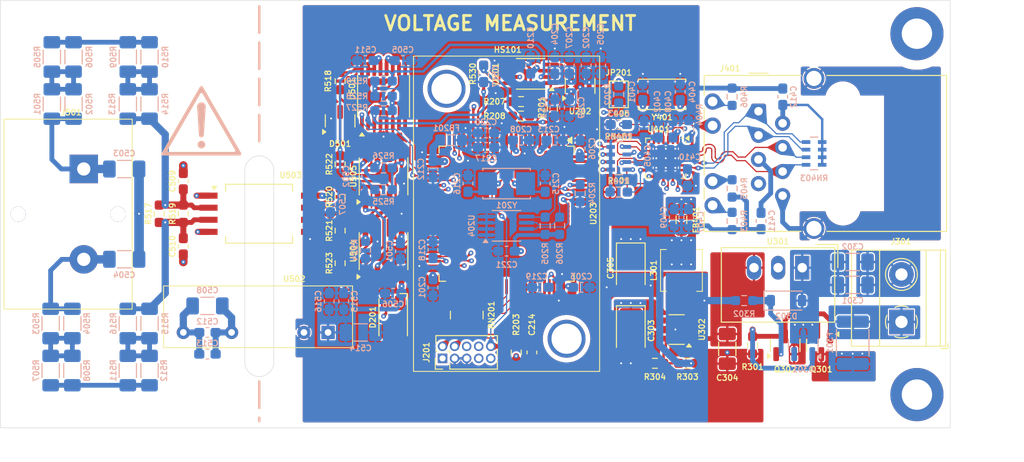
<source format=kicad_pcb>
(kicad_pcb (version 20240108) (generator "pcbnew") (generator_version "8.0")
  (layers (0 "F.Cu" signal) (1 "In1.Cu" signal) (2 "In2.Cu" signal) (31 "B.Cu" signal) (34 "B.Paste" user) (35 "F.Paste" user) (36 "B.SilkS" user "B.Silkscreen") (37 "F.SilkS" user "F.Silkscreen") (38 "B.Mask" user) (39 "F.Mask" user) (44 "Edge.Cuts" user))
  (net 0 "")
  (net 1 "GND")
  (net 2 "+3.3V")
  (net 3 "+5V")
  (net 4 "+3.3VADC")
  (net 5 "+1.65V")
  (net 6 "/MCU/NRST")
  (net 7 "Net-(U203-PH0)")
  (net 8 "Net-(U203-PH1)")
  (net 9 "VDDA")
  (net 10 "Net-(C218-Pad1)")
  (net 11 "Net-(C219-Pad1)")
  (net 12 "Net-(D301-K)")
  (net 13 "Net-(U401-XTAL1{slash}CLKIN)")
  (net 14 "Net-(U401-VDDCR)")
  (net 15 "Net-(U401-XTAL2)")
  (net 16 "VCCQ")
  (net 17 "GND1")
  (net 18 "Net-(J501-Pin_1)")
  (net 19 "Net-(J501-Pin_2)")
  (net 20 "+5VP")
  (net 21 "Net-(U503-IN+)")
  (net 22 "Net-(U503-IN-)")
  (net 23 "/MCU/VOUT")
  (net 24 "Net-(D201-GK)")
  (net 25 "Net-(D201-RK)")
  (net 26 "Net-(D201-BK)")
  (net 27 "Net-(D301-A)")
  (net 29 "Net-(D302-K)")
  (net 30 "Net-(D501-K-Pad3)")
  (net 31 "Net-(Q301-D)")
  (net 32 "Net-(J301-Pin_1)")
  (net 36 "/MCU/TCK_SWCLK")
  (net 38 "/MCU/TMS_SWDIO")
  (net 39 "Earth")
  (net 40 "Net-(J401-Pad11)")
  (net 41 "/Ethernet/LED1")
  (net 42 "/Ethernet/ETH_TXP")
  (net 43 "/Ethernet/ETH_RXP")
  (net 45 "/Ethernet/ETH_TXN")
  (net 46 "/Ethernet/ETH_RXN")
  (net 47 "/Ethernet/LED2")
  (net 48 "Net-(J401-Pad9)")
  (net 49 "/MCU/MCU_DEF")
  (net 50 "Net-(U302-SW)")
  (net 51 "/MCU/VOUTP")
  (net 52 "Net-(U203-BOOT0)")
  (net 53 "/MCU/I2C1_SDA")
  (net 54 "/MCU/I2C1_SCL")
  (net 55 "Net-(U302-FB)")
  (net 56 "Net-(U401-RXER{slash}PHYAD0)")
  (net 57 "/Ethernet/RMII_MDIO")
  (net 58 "Net-(U401-RBIAS)")
  (net 59 "Net-(R501-Pad2)")
  (net 60 "Net-(R503-Pad2)")
  (net 61 "Net-(R505-Pad2)")
  (net 62 "Net-(R507-Pad2)")
  (net 63 "Net-(R509-Pad2)")
  (net 64 "Net-(R511-Pad2)")
  (net 65 "Net-(R518-Pad1)")
  (net 66 "Net-(U505A-+)")
  (net 67 "Net-(U503-OUT+)")
  (net 68 "Net-(U503-OUT-)")
  (net 69 "Net-(U505A--)")
  (net 70 "Net-(R523-Pad2)")
  (net 71 "Net-(R524-Pad1)")
  (net 72 "Net-(U505B-+)")
  (net 73 "Net-(R527-Pad2)")
  (net 74 "Net-(R528-Pad2)")
  (net 75 "/MCU/LED_RED")
  (net 76 "/MCU/LED_GREEN")
  (net 77 "/MCU/LED_BLUE")
  (net 80 "/Ethernet/MODE0")
  (net 81 "/Ethernet/RMII_RXD0")
  (net 82 "/Ethernet/RMII_CRS_DV")
  (net 83 "/Ethernet/MODE1")
  (net 84 "/Ethernet/RMII_RXD1")
  (net 85 "/Ethernet/REFCLK0")
  (net 86 "/Ethernet/MODE2")
  (net 87 "/Ethernet/REF_CLK")
  (net 88 "/MCU/VOUTN")
  (net 91 "/MCU/MCU_G100")
  (net 96 "/Ethernet/RMII_TXEN")
  (net 98 "/Ethernet/RMII_TXD1")
  (net 109 "/Ethernet/RMII_MDC")
  (net 113 "/Ethernet/RMII_TXD0")
  (net 130 "/MCU/MCU_G1")
  (net 139 "/MCU/MCU_G10")
  (net 140 "/MCU/EEPROM_WP")
  (net 149 "/MCU/MCU_ZOFFS")
  (net 154 "Net-(U505B--)")
  (net 155 "Net-(U501-Pad14)")
  (net 156 "Net-(U201--IN1)")
  (net 157 "Net-(U201-OUT2)")
  (footprint "Capacitor_Tantalum_SMD:CP_EIA-3528-21_Kemet-B_Pad1.50x2.35mm_HandSolder" (layer "F.Cu") (at 166.37 106.172 -90)
    (property "Reference" "C305")
    (property "Value" "22u")
  )
  (footprint "Resistor_SMD:R_0603_1608Metric_Pad0.98x0.95mm_HandSolder" (layer "F.Cu") (at 116.714 100.457 -90)
    (property "Reference" "R517")
    (property "Value" "56")
  )
  (footprint "ETH1ACPL-C79x:1710072" (layer "F.Cu") (at 107.5 100.5 -90)
    (property "Reference" "J501")
    (property "Value" "1710072")
  )
  (footprint "Package_SO:MSOP-8_3x3mm_P0.65mm" (layer "F.Cu") (at 155.829 85.725 180)
    (property "Reference" "U201")
    (property "Value" "LT6350xMS8")
  )
  (footprint "Connector_PinHeader_1.27mm:PinHeader_2x05_P1.27mm_Vertical" (layer "F.Cu") (at 146.548 115.687 90)
    (property "Reference" "J201")
    (property "Value" "20021111-00010T4LF")
  )
  (footprint "ETH1ACPL-C79x:TBA1" (layer "F.Cu") (at 126.873 111.252 180)
    (property "Reference" "U502")
    (property "Value" "TBA 1-0511HI")
  )
  (footprint "Package_TO_SOT_SMD:SOT-23" (layer "F.Cu") (at 182.626 114.3 90)
    (property "Reference" "Q302")
    (property "Value" "MMBT3904")
  )
  (footprint "Resistor_SMD:R_0603_1608Metric_Pad0.98x0.95mm_HandSolder" (layer "F.Cu") (at 168.91 116.205 180)
    (property "Reference" "R304")
    (property "Value" "10k")
  )
  (footprint "LED_SMD:LED_Avago_PLCC4_3.2x2.8mm_CW" (layer "F.Cu") (at 141.351 111.361478 -90)
    (property "Reference" "D201")
    (property "Value" "ASCB-JTC2-0A308")
  )
  (footprint "Resistor_SMD:R_0603_1608Metric_Pad0.98x0.95mm_HandSolder" (layer "F.Cu") (at 172.339 116.205 180)
    (property "Reference" "R303")
    (property "Value" "45k3")
  )
  (footprint "MountingHole:MountingHole_3.2mm_M3_DIN965_Pad" (layer "F.Cu") (at 196.5 81.5)
    (property "Reference" "H102")
    (property "Value" "M3")
  )
  (footprint "Capacitor_SMD:C_0603_1608Metric_Pad1.08x0.95mm_HandSolder" (layer "F.Cu") (at 119.254 103.886 90)
    (property "Reference" "C510")
    (property "Value" "470n/100")
  )
  (footprint "ETH1ACPL-C79x:CSHB0415" (layer "F.Cu") (at 171.704 106.426 90)
    (property "Reference" "L301")
    (property "Value" "CSHB0415-2R2M")
  )
  (footprint "Package_QFP:LQFP-100_14x14mm_P0.5mm" (layer "F.Cu") (at 153.289 100.457 -90)
    (property "Reference" "U203")
    (property "Value" "STM32H743VITx")
  )
  (footprint "Resistor_SMD:R_Array_Concave_4x0603" (layer "F.Cu") (at 165.1 94.615)
    (property "Reference" "RN401")
    (property "Value" "EXB-V8V330JV")
  )
  (footprint "Resistor_SMD:R_Array_Concave_4x0603" (layer "F.Cu") (at 149.098 111.125 -90)
    (property "Reference" "RN201")
    (property "Value" "680")
  )
  (footprint "Resistor_SMD:R_0603_1608Metric_Pad0.98x0.95mm_HandSolder" (layer "F.Cu") (at 135.763 105.664 -90)
    (property "Reference" "R523")
    (property "Value" "6k2/0.1%")
  )
  (footprint "Resistor_SMD:R_0603_1608Metric_Pad0.98x0.95mm_HandSolder" (layer "F.Cu") (at 154.813 88.646 180)
    (property "Reference" "R207")
    (property "Value" "0")
  )
  (footprint "Resistor_SMD:R_0603_1608Metric_Pad0.98x0.95mm_HandSolder" (layer "F.Cu") (at 135.763 98.679 90)
    (property "Reference" "R520")
    (property "Value" "10k/0.1%")
  )
  (footprint "Resistor_SMD:R_0603_1608Metric_Pad0.98x0.95mm_HandSolder" (layer "F.Cu") (at 135.763 102.235 -90)
    (property "Reference" "R521")
    (property "Value" "10k/0.1%")
  )
  (footprint "Capacitor_SMD:C_0603_1608Metric_Pad1.08x0.95mm_HandSolder" (layer "F.Cu") (at 155.956 115.062 -90)
    (property "Reference" "C214")
    (property "Value" "0.1u")
  )
  (footprint "Package_TO_SOT_SMD:SOT-23" (layer "F.Cu") (at 186.436 114.3 -90)
    (property "Reference" "Q301")
    (property "Value" "SI5618A")
  )
  (footprint "Package_SO:TSSOP-16_4.4x5mm_P0.65mm" (layer "F.Cu") (at 140.335 88.0775 90)
    (property "Reference" "U501")
    (property "Value" "DG412LEDQ")
  )
  (footprint "Connector_RJ:RJ45_Wuerth_7499010121A_Horizontal" (layer "F.Cu") (at 179.817 89.662)
    (property "Reference" "J401")
    (property "Value" "RJ45_Wuerth_7499010121A")
  )
  (footprint "ETH1ACPL-C79x:NX5032GA" (layer "F.Cu") (at 169.672 87.884 180)
    (property "Reference" "Y401")
    (property "Value" "NX5032GA-25")
  )
  (footprint "Capacitor_SMD:C_0603_1608Metric_Pad1.08x0.95mm_HandSolder" (layer "F.Cu") (at 165.1 91.059 180)
    (property "Reference" "C406")
    (property "Value" "1u")
  )
  (footprint "Package_TO_SOT_SMD:SOT-23" (layer "F.Cu") (at 135.763 90.678 90)
    (property "Reference" "D501")
    (property "Value" "BAV99")
  )
  (footprint "Jumper:SolderJumper-2_P1.3mm_Open_Pad1.0x1.5mm" (layer "F.Cu") (at 165.1 87.884 -90)
    (property "Reference" "JP201")
    (property "Value" "Open")
  )
  (footprint "Converter_DCDC:Converter_DCDC_TRACO_TSR-1_THT" (layer "F.Cu") (at 184.4235 106.1405 180)
    (property "Reference" "U301")
    (property "Value" "TSR_1-2450")
  )
  (footprint "MountingHole:MountingHole_3.2mm_M3_DIN965" (layer "F.Cu") (at 123 119.5)
    (property "Reference" "H103")
    (property "Value" "M3")
  )
  (footprint "Resistor_SMD:R_0603_1608Metric_Pad0.98x0.95mm_HandSolder" (layer "F.Cu") (at 135.763 86.487 -90)
    (property "Reference" "R518")
    (property "Value" "100k")
  )
  (footprint "Resistor_SMD:R_0603_1608Metric_Pad0.98x0.95mm_HandSolder" (layer "F.Cu") (at 119.254 100.457 -90)
    (property "Reference" "R519")
    (property "Value" "220")
  )
  (footprint "Resistor_SMD:R_0603_1608Metric_Pad0.98x0.95mm_HandSolder" (layer "F.Cu") (at 179.197 114.3 -90)
    (property "Reference" "R301")
    (property "Value" "100k")
  )
  (footprint "Resistor_SMD:R_0603_1608Metric_Pad0.98x0.95mm_HandSolder" (layer "F.Cu") (at 154.813 90.17 180)
    (property "Reference" "R208")
    (property "Value" "0")
  )
  (footprint "Inductor_SMD:L_0805_2012Metric_Pad1.05x1.20mm_HandSolder" (layer "F.Cu") (at 171.704 101.092 -90)
    (property "Reference" "FB401")
    (property "Value" "742792031")
  )
  (footprint "Package_SO:SSO-8_6.8x5.9mm_P1.27mm_Clearance8mm" (layer "F.Cu") (at 127.254 100.457)
    (property "Reference" "U503")
    (property "Value" "ACPL-C79B")
  )
  (footprint "Package_SO:SOIC-8_3.9x4.9mm_P1.27mm" (layer "F.Cu") (at 140.335 96.52 90)
    (property "Reference" "U505")
    (property "Value" "OPA2340UA")
  )
  (footprint "Resistor_SMD:R_0603_1608Metric_Pad0.98x0.95mm_HandSolder" (layer "F.Cu") (at 150.876 85.725 90)
    (property "Reference" "R530")
    (property "Value" "100")
  )
  (footprint "Capacitor_Tantalum_SMD:CP_EIA-3528-21_Kemet-B_Pad1.50x2.35mm_HandSolder" (layer "F.Cu") (at 166.37 112.776 -90)
    (property "Reference" "C303")
    (property "Value" "22u")
  )
  (footprint "Capacitor_SMD:C_1206_3216Metric_Pad1.33x1.80mm_HandSolder" (layer "F.Cu") (at 176.53 114.681 -90)
    (property "Reference" "C304")
    (property "Value" "10u")
  )
  (footprint "Resistor_SMD:R_0603_1608Metric_Pad0.98x0.95mm_HandSolder" (layer "F.Cu") (at 154.305 115.062 90)
    (property "Reference" "R203")
    (property "Value" "10k")
  )
  (footprint "Package_SO:SOIC-8_3.9x4.9mm_P1.27mm" (layer "F.Cu") (at 140.335 104.394 90)
    (property "Reference" "U504")
    (property "Value" "DG419LEDY")
  )
  (footprint "Capacitor_SMD:C_0603_1608Metric_Pad1.08x0.95mm_HandSolder" (layer "F.Cu") (at 119.254 97.028 90)
    (property "Reference" "C509")
    (property "Value" "470n/100")
  )
  (footprint "Package_DFN_QFN:VQFN-24-1EP_4x4mm_P0.5mm_EP2.5x2.5mm_ThermalVias" (layer "F.Cu") (at 170.053 94.615 -90)
    (property "Reference" "U401")
    (property "Value" "LAN8742A")
  )
  (footprint "MountingHole:MountingHole_3.2mm_M3_DIN965" (layer "F.Cu") (at 123 81.5)
    (property "Reference" "H101")
    (property "Value" "M3")
  )
  (footprint "Symbol:Symbol_Attention_Triangle_8x7mm_Copper" (layer "F.Cu") (at 121.158 90.678)
    (property "Reference" "REF**" (hide yes))
    (property "Value" "Symbol_Attention_Triangle_8x7mm_Copper" (hide yes))
  )
  (footprint "MountingHole:MountingHole_3.2mm_M3_DIN965_Pad" (layer "F.Cu") (at 196.5 119.5)
    (property "Reference" "H104")
    (property "Value" "M3")
  )
  (footprint "Resistor_SMD:R_0603_1608Metric_Pad0.98x0.95mm_HandSolder" (layer "F.Cu") (at 165.1 98.171)
    (property "Reference" "R401")
    (property "Value" "10k")
  )
  (footprint "TerminalBlock_Phoenix:TerminalBlock_Phoenix_MKDS-1,5-2_1x02_P5.00mm_Horizontal" (layer "F.Cu") (at 194.869 111.847 90)
    (property "Reference" "J301")
    (property "Value" "1715721")
  )
  (footprint "Package_TO_SOT_SMD:TSOT-23-5" (layer "F.Cu") (at 161.036 86.995 90)
    (property "Reference" "U202")
    (property "Value" "REF1933AIDDCT")
  )
  (footprint "Resistor_SMD:R_0603_1608Metric_Pad0.98x0.95mm_HandSolder" (layer "F.Cu") (at 135.763 95.25 -90)
    (property "Reference" "R522")
    (property "Value" "6k2/0.1%")
  )
  (footprint "Package_TO_SOT_SMD:SOT-23-5" (layer "F.Cu") (at 171.196 112.649 180)
    (property "Reference" "U302")
    (property "Value" "TLV62568DBV")
  )
  (footprint "Resistor_SMD:R_0603_1608Metric_Pad0.98x0.95mm_HandSolder" (layer "F.Cu") (at 158.115 89.408 90)
    (property "Reference" "R201")
    (property "Value" "0")
  )
  (footprint "ETH1ACPL-C79x:960-19-12-S-AB-0" (layer "F.Cu") (at 153.289 100.457 90)
    (property "Reference" "HS101")
    (property "Value" "960-19-12-S-AB-0")
  )
  (footprint "Resistor_SMD:R_1206_3216Metric_Pad1.30x1.75mm_HandSolder" (layer "B.Cu") (at 105.41 83.947 90)
    (property "Reference" "R505")
    (property "Value" "56k")
  )
  (footprint "Capacitor_SMD:C_0603_1608Metric_Pad1.08x0.95mm_HandSolder" (layer "B.Cu") (at 145.542 108.204 -90)
    (property "Reference" "C201")
    (property "Value" "0.1u")
  )
  (footprint "Capacitor_SMD:C_0603_1608Metric_Pad1.08x0.95mm_HandSolder" (layer "B.Cu") (at 171.577 87.63 90)
    (property "Reference" "C404")
    (property "Value" "8p")
  )
  (footprint "Capacitor_SMD:C_0603_1608Metric_Pad1.08x0.95mm_HandSolder" (layer "B.Cu") (at 136.14 109.6795 90)
    (property "Reference" "C515")
    (property "Value" "1u")
  )
  (footprint "Capacitor_SMD:C_0603_1608Metric_Pad1.08x0.95mm_HandSolder" (layer "B.Cu") (at 155.829 84.836 90)
    (property "Reference" "C210")
    (property "Value" "0.1u")
  )
  (footprint "Capacitor_SMD:C_0603_1608Metric_Pad1.08x0.95mm_HandSolder" (layer "B.Cu") (at 167.64 87.63 90)
    (property "Reference" "C401")
    (property "Value" "8p")
  )
  (footprint "Capacitor_SMD:C_0603_1608Metric_Pad1.08x0.95mm_HandSolder" (layer "B.Cu") (at 121.793 112.955)
    (property "Reference" "C512")
    (property "Value" "1u")
  )
  (footprint "Capacitor_SMD:C_0603_1608Metric_Pad1.08x0.95mm_HandSolder" (layer "B.Cu") (at 161.163 108.204)
    (property "Reference" "C203")
    (property "Value" "0.1u")
  )
  (footprint "Capacitor_SMD:C_0603_1608Metric_Pad1.08x0.95mm_HandSolder" (layer "B.Cu") (at 158.369 84.836 90)
    (property "Reference" "C204")
    (property "Value" "0.1u")
  )
  (footprint "Capacitor_SMD:C_1206_3216Metric_Pad1.33x1.80mm_HandSolder" (layer "B.Cu") (at 189.738 107.95)
    (property "Reference" "C301")
    (property "Value" "10u/50V")
  )
  (footprint "Symbol:Symbol_Attention_Triangle_8x7mm_Copper" (layer "B.Cu") (at 121.158 90.678 180)
    (property "Reference" "REF**" (hide yes))
    (property "Value" "Symbol_Attention_Triangle_8x7mm_Copper" (hide yes))
  )
  (footprint "ETH1ACPL-C79x:NX5032GA" (layer "B.Cu") (at 153.289 97.282 180)
    (property "Reference" "Y201")
    (property "Value" "NX5032GA-16")
  )
  (footprint "Capacitor_SMD:C_0603_1608Metric_Pad1.08x0.95mm_HandSolder" (layer "B.Cu") (at 170.815 91.567 90)
    (property "Reference" "C408")
    (property "Value" "0.1u")
  )
  (footprint "Resistor_SMD:R_1206_3216Metric_Pad1.30x1.75mm_HandSolder" (layer "B.Cu") (at 107.569 112.014 -90)
    (property "Reference" "R504")
    (property "Value" "56k")
  )
  (footprint "Resistor_SMD:R_1206_3216Metric_Pad1.30x1.75mm_HandSolder" (layer "B.Cu") (at 113.411 83.947 -90)
    (property "Reference" "R509")
    (property "Value" "56k")
  )
  (footprint "Capacitor_SMD:C_0603_1608Metric_Pad1.08x0.95mm_HandSolder" (layer "B.Cu") (at 159.893 89.281 -90)
    (property "Reference" "C209")
    (property "Value" "0.1u")
  )
  (footprint "Capacitor_SMD:C_0603_1608Metric_Pad1.08x0.95mm_HandSolder" (layer "B.Cu") (at 159.893 84.836 90)
    (property "Reference" "C207")
    (property "Value" "1u")
  )
  (footprint "Resistor_SMD:R_1206_3216Metric_Pad1.30x1.75mm_HandSolder" (layer "B.Cu") (at 105.41 88.9 90)
    (property "Reference" "R501")
    (property "Value" "56k")
  )
  (footprint "Capacitor_SMD:C_0603_1608Metric_Pad1.08x0.95mm_HandSolder" (layer "B.Cu") (at 151.13 91.948)
    (property "Reference" "C220")
    (property "Value" "0.1u")
  )
  (footprint "Capacitor_SMD:C_1206_3216Metric_Pad1.33x1.80mm_HandSolder" (layer "B.Cu") (at 121.793 110.161)
    (property "Reference" "C508")
    (property "Value" "10u")
  )
  (footprint "Capacitor_SMD:C_0603_1608Metric_Pad1.08x0.95mm_HandSolder" (layer "B.Cu") (at 134.616 109.6795 90)
    (property "Reference" "C516")
    (property "Value" "0.1u")
  )
  (footprint "Capacitor_SMD:C_0603_1608Metric_Pad1.08x0.95mm_HandSolder" (layer "B.Cu") (at 138.43 84.328 180)
    (property "Reference" "C511")
    (property "Value" "0.1u")
  )
  (footprint "Fuse:Fuse_1812_4532Metric_Pad1.30x3.40mm_HandSolder" (layer "B.Cu") (at 189.738 114.046 -90)
    (property "Reference" "F301")
    (property "Value" "1812L075/33DR")
  )
  (footprint "Resistor_SMD:R_1206_3216Metric_Pad1.30x1.75mm_HandSolder" (layer "B.Cu") (at 115.697 88.9 -90)
    (property "Reference" "R514")
    (property "Value" "56k")
  )
  (footprint "Capacitor_SMD:C_1206_3216Metric_Pad1.33x1.80mm_HandSolder" (layer "B.Cu") (at 189.738 105.537)
    (property "Reference" "C302")
    (property "Value" "4u7/50V")
  )
  (footprint "Resistor_SMD:R_0603_1608Metric_Pad0.98x0.95mm_HandSolder" (layer "B.Cu") (at 140.335 97.917 180)
    (property "Reference" "R525")
    (property "Value" "100k/0.1%")
  )
  (footprint "Capacitor_SMD:C_0603_1608Metric_Pad1.08x0.95mm_HandSolder" (layer "B.Cu") (at 151.13 93.472)
    (property "Reference" "C217")
    (property "Value" "1u")
  )
  (footprint "Capacitor_SMD:C_0603_1608Metric_Pad1.08x0.95mm_HandSolder" (layer "B.Cu") (at 158.369 92.71)
    (property "Reference" "C213")
    (property "Value" "1u")
  )
  (footprint "Capacitor_SMD:C_1206_3216Metric_Pad1.33x1.80mm_HandSolder" (layer "B.Cu") (at 113.03 105.25 180)
    (property "Reference" "C504")
    (property "Value" "1n/2kV")
  )
  (footprint "Capacitor_SMD:C_0603_1608Metric_Pad1.08x0.95mm_HandSolder" (layer "B.Cu") (at 134.747 99.441 -90)
    (property "Reference" "C507")
    (property "Value" "0.1u")
  )
  (footprint "Capacitor_SMD:C_0603_1608Metric_Pad1.08x0.95mm_HandSolder" (layer "B.Cu") (at 170.942 100.838 -90)
    (property "Reference" "C409")
    (property "Value" "0.1u")
  )
  (footprint "Capacitor_SMD:C_0603_1608Metric_Pad1.08x0.95mm_HandSolder" (layer "B.Cu") (at 161.671 84.836 90)
    (property "Reference" "C202")
    (property "Value" "1u")
  )
  (footprint "Resistor_SMD:R_1206_3216Metric_Pad1.30x1.75mm_HandSolder" (layer "B.Cu") (at 115.697 112.014 90)
    (property "Reference" "R515")
    (property "Value" "56k")
  )
  (footprint "Resistor_SMD:R_1206_3216Metric_Pad1.30x1.75mm_HandSolder" (layer "B.Cu") (at 113.411 88.9 -90)
    (property "Reference" "R513")
    (property "Value" "56k")
  )
  (footprint "Capacitor_SMD:C_0603_1608Metric_Pad1.08x0.95mm_HandSolder" (layer "B.Cu") (at 172.339 96.647 -90)
    (property "Reference" "C410")
    (property "Value" "0.1u")
  )
  (footprint "Capacitor_SMD:C_0603_1608Metric_Pad1.08x0.95mm_HandSolder" (layer "B.Cu") (at 137.541 96.52 -90)
    (property "Reference" "C502")
    (property "Value" "0.1u")
  )
  (footprint "Resistor_SMD:R_0603_1608Metric_Pad0.98x0.95mm_HandSolder" (layer "B.Cu") (at 165.1 87.884 -90)
    (property "Reference" "R202")
    (property "Value" "10k")
  )
  (footprint "Capacitor_SMD:C_0603_1608Metric_Pad1.08x0.95mm_HandSolder" (layer "B.Cu") (at 142.113 104.394 -90)
    (property "Reference" "C501")
    (property "Value" "0.1u")
  )
  (footprint "Capacitor_SMD:C_0603_1608Metric_Pad1.08x0.95mm_HandSolder" (layer "B.Cu") (at 142.367 84.328)
    (property "Reference" "C505")
    (property "Value" "0.1u")
  )
  (footprint "Capacitor_SMD:C_0603_1608Metric_Pad1.08x0.95mm_HandSolder" (layer "B.Cu") (at 169.291 91.567 90)
    (property "Reference" "C402")
    (property "Value" "0.1u")
  )
  (footprint "Resistor_SMD:R_0603_1608Metric_Pad0.98x0.95mm_HandSolder" (layer "B.Cu") (at 172.466 91.567 -90)
    (property "Reference" "R404")
    (property "Value" "12k1")
  )
  (footprint "Resistor_SMD:R_Array_Concave_4x0603" (layer "B.Cu") (at 185.674 94.107)
    (property "Reference" "RN403")
    (property "Value" "EXB-38V510JV")
  )
  (footprint "Resistor_SMD:R_0603_1608Metric_Pad0.98x0.95mm_HandSolder" (layer "B.Cu") (at 178.308 109.601 180)
    (property "Reference" "R302")
    (property "Value" "100k")
  )
  (footprint "Capacitor_SMD:C_0603_1608Metric_Pad1.08x0.95mm_HandSolder" (layer "B.Cu") (at 157.353 97.282 90)
    (property "Reference" "C215")
    (property "Value" "8p")
  )
  (footprint "Capacitor_SMD:C_0603_1608Metric_Pad1.08x0.95mm_HandSolder" (layer "B.Cu") (at 153.289 104.394)
    (property "Reference" "C221")
    (property "Value" "0.1u")
  )
  (footprint "Resistor_SMD:R_0603_1608Metric_Pad0.98x0.95mm_HandSolder" (layer "B.Cu") (at 140.335 95.631 180)
    (property "Reference" "R526")
    (property "Value" "0")
  )
  (footprint "Capacitor_SMD:C_0603_1608Metric_Pad1.08x0.95mm_HandSolder" (layer "B.Cu") (at 172.466 100.838 -90)
    (property "Reference" "C407")
    (property "Value" "1u")
  )
  (footprint "Resistor_SMD:R_0603_1608Metric_Pad0.98x0.95mm_HandSolder" (layer "B.Cu") (at 177.038 97.79 -90)
    (property "Reference" "R405")
    (property "Value" "560")
  )
  (footprint "Capacitor_SMD:C_0603_1608Metric_Pad1.08x0.95mm_HandSolder" (layer "B.Cu") (at 154.813 92.71)
    (property "Reference" "C208")
    (property "Value" "0.1u")
  )
  (footprint "Resistor_SMD:R_0603_1608Metric_Pad0.98x0.95mm_HandSolder" (layer "B.Cu") (at 177.038 88.138 90)
    (property "Reference" "R406")
    (property "Value" "560")
  )
  (footprint "Resistor_SMD:R_1206_3216Metric_Pad1.30x1.75mm_HandSolder" (layer "B.Cu") (at 115.697 83.947 -90)
    (property "Reference" "R510")
    (property "Value" "56k")
  )
  (footprint "Package_SO:MSOP-8_3x3mm_P0.65mm" (layer "B.Cu") (at 153.289 101.727)
    (property "Reference" "U204")
    (property "Value" "24LC08B-E/MS")
  )
  (footprint "Capacitor_SMD:C_0603_1608Metric_Pad1.08x0.95mm_HandSolder" (layer "B.Cu") (at 145.542 104.267 90)
    (property "Reference" "C218")
    (property "Value" "2u2")
  )
  (footprint "Resistor_SMD:R_0603_1608Metric_Pad0.98x0.95mm_HandSolder" (layer "B.Cu") (at 177.038 101.219 -90)
    (property "Reference" "R403")
    (property "Value" "10k")
  )
  (footprint "Resistor_SMD:R_0603_1608Metric_Pad0.98x0.95mm_HandSolder" (layer "B.Cu") (at 140.335 89.6015)
    (property "Reference" "R527")
    (property "Value" "180k/0.1%")
  )
  (footprint "Capacitor_SMD:C_0603_1608Metric_Pad1.08x0.95mm_HandSolder" (layer "B.Cu") (at 150.876 85.725 -90)
    (property "Reference" "C517")
    (property "Value" "100p")
  )
  (footprint "Resistor_SMD:R_0603_1608Metric_Pad0.98x0.95mm_HandSolder" (layer "B.Cu") (at 140.335 88.0775 180)
    (property "Reference" "R528")
    (property "Value" "18k/0.1%")
  )
  (footprint "Resistor_SMD:R_1206_3216Metric_Pad1.30x1.75mm_HandSolder" (layer "B.Cu") (at 107.569 116.967 -90)
    (property "Reference" "R508")
    (property "Value" "56k")
  )
  (footprint "Resistor_SMD:R_0603_1608Metric_Pad0.98x0.95mm_HandSolder" (layer "B.Cu") (at 161.036 98.298 90)
    (property "Reference" "R204")
    (property "Value" "0")
  )
  (footprint "Capacitor_SMD:C_1206_3216Metric_Pad1.33x1.80mm_HandSolder" (layer "B.Cu") (at 113.03 95.75)
    (property "Reference" "C503")
    (property "Value" "1n/2kV")
  )
  (footprint "Capacitor_SMD:C_0603_1608Metric_Pad1.08x0.95mm_HandSolder" (layer "B.Cu") (at 163.195 84.836 90)
    (property "Reference" "C205")
    (property "Value" "0.1u")
  )
  (footprint "Capacitor_SMD:C_0603_1608Metric_Pad1.08x0.95mm_HandSolder" (layer "B.Cu") (at 121.793 115.241)
    (property "Reference" "C513")
    (property "Value" "0.1u")
  )
  (footprint "Resistor_SMD:R_1206_3216Metric_Pad1.30x1.75mm_HandSolder" (layer "B.Cu") (at 115.697 116.967 90)
    (property "Reference" "R512")
    (property "Value" "56k")
  )
  (footprint "Capacitor_SMD:C_0603_1608Metric_Pad1.08x0.95mm_HandSolder" (layer "B.Cu") (at 165.1 91.059 180)
    (property "Reference" "C403")
    (property "Value" "470p")
  )
  (footprint "Capacitor_SMD:C_0603_1608Metric_Pad1.08x0.95mm_HandSolder" (layer "B.Cu") (at 161.036 93.599 90)
    (property "Reference" "C206")
    (property "Value" "0.1u")
  )
  (footprint "Inductor_SMD:L_0805_2012Metric_Pad1.05x1.20mm_HandSolder" (layer "B.Cu") (at 147.447 92.71 180)
    (property "Reference" "FB201")
    (property "Value" "742792031")
  )
  (footprint "Resistor_SMD:R_0603_1608Metric_Pad0.98x0.95mm_HandSolder" (layer "B.Cu") (at 165.1 98.171)
    (property "Reference" "R402")
    (property "Value" "1k5")
  )
  (footprint "Resistor_SMD:R_1206_3216Metric_Pad1.30x1.75mm_HandSolder" (layer "B.Cu") (at 105.283 116.967 -90)
    (property "Reference" "R507")
    (property "Value" "56k")
  )
  (footprint "Capacitor_SMD:C_0603_1608Metric_Pad1.08x0.95mm_HandSolder" (layer "B.Cu") (at 149.225 97.282 90)
    (property "Reference" "C216")
    (property "Value" "8p")
  )
  (footprint "Capacitor_SMD:C_1206_3216Metric_Pad1.33x1.80mm_HandSolder" (layer "B.Cu") (at 137.922 112.955)
    (property "Reference" "C514")
    (property "Value" "10u")
  )
  (footprint "Capacitor_SMD:C_0603_1608Metric_Pad1.08x0.95mm_HandSolder" (layer "B.Cu") (at 156.845 108.204 180)
    (property "Reference" "C219")
    (property "Value" "2u2")
  )
  (footprint "Resistor_SMD:R_0603_1608Metric_Pad0.98x0.95mm_HandSolder" (layer "B.Cu") (at 140.335 86.487)
    (property "Reference" "R529")
    (property "Value" "2k/0.1%")
  )
  (footprint "Resistor_SMD:R_1206_3216Metric_Pad1.30x1.75mm_HandSolder" (layer "B.Cu") (at 113.411 116.967 90)
    (property "Reference" "R511")
    (property "Value" "56k")
  )
  (footprint "Resistor_SMD:R_1206_3216Metric_Pad1.30x1.75mm_HandSolder" (layer "B.Cu") (at 105.283 112.014 -90)
    (property "Reference" "R503")
    (property "Value" "56k")
  )
  (footprint "Capacitor_SMD:C_0603_1608Metric_Pad1.08x0.95mm_HandSolder" (layer "B.Cu") (at 167.767 91.567 90)
    (property "Reference" "C405")
    (property "Value" "1u")
  )
  (footprint "Capacitor_SMD:C_0603_1608Metric_Pad1.08x0.95mm_HandSolder" (layer "B.Cu") (at 182.372 88.138 90)
    (property "Reference" "C412")
    (property "Value" "0.1u")
  )
  (footprint "Resistor_SMD:R_0603_1608Metric_Pad0.98x0.95mm_HandSolder" (layer "B.Cu") (at 157.353 101.727 90)
    (property "Reference" "R205")
    (property "Value" "4k7")
  )
  (footprint "Capacitor_SMD:C_0603_1608Metric_Pad1.08x0.95mm_HandSolder" (layer "B.Cu") (at 141.351 108.839 180)
    (property "Reference" "C506")
    (property "Value" "0.1u")
  )
  (footprint "Resistor_SMD:R_1206_3216Metric_Pad1.30x1.75mm_HandSolder" (layer "B.Cu") (at 107.696 83.947 90)
    (property "Reference" "R506")
    (property "Value" "56k")
  )
  (footprint "Resistor_SMD:R_1206_3216Metric_Pad1.30x1.75mm_HandSolder" (layer "B.Cu") (at 113.411 112.014 90)
    (property "Reference" "R516")
    (property "Value" "56k")
  )
  (footprint "Capacitor_SMD:C_0603_1608Metric_Pad1.08x0.95mm_HandSolder" (layer "B.Cu") (at 145.542 95.758 -90)
    (property "Reference" "C212")
    (property "Value" "0.1u")
  )
  (footprint "Package_TO_SOT_SMD:SOT-23" (layer "B.Cu") (at 184.531 114.3 90)
    (property "Reference" "D301")
    (property "Value" "BZX84C10LT1G")
  )
  (footprint "Capacitor_SMD:C_0603_1608Metric_Pad1.08x0.95mm_HandSolder" (layer "B.Cu") (at 158.369 89.281 -90)
    (property "Reference" "C211")
    (property "Value" "1u")
  )
  (footprint "Diode_SMD:D_SOD-123" (layer "B.Cu") (at 182.753 109.601)
    (property "Reference" "D302")
    (property "Value" "1N4148W")
  )
  (footprint "Resistor_SMD:R_1206_3216Metric_Pad1.30x1.75mm_HandSolder" (layer "B.Cu") (at 107.696 88.9 90)
    (property "Reference" "R502")
    (property "Value" "56k")
  )
  (footprint "Resistor_SMD:R_Array_Concave_4x0603" (layer "B.Cu") (at 165.1 94.615 180)
    (property "Reference" "RN402")
    (property "Value" "EXB-V8V103JV")
  )
  (footprint "Capacitor_SMD:C_0603_1608Metric_Pad1.08x0.95mm_HandSolder" (layer "B.Cu") (at 180.086 101.219 -90)
    (property "Reference" "C411")
    (property "Value" "0.1u")
  )
  (footprint "Resistor_SMD:R_0603_1608Metric_Pad0.98x0.95mm_HandSolder" (layer "B.Cu") (at 158.877 101.727 90)
    (property "Reference" "R206")
    (property "Value" "4k7")
  )
  (footprint "Resistor_SMD:R_0603_1608Metric_Pad0.98x0.95mm_HandSolder" (layer "B.Cu") (at 138.43 104.267 -90)
    (property "Reference" "R524")
    (property "Value" "0")
  )
  (gr_line (start 127.254 118.11) (end 127.254 122.301) (stroke (width 0.254) (type dash)) (layer "B.SilkS"))
  (gr_line (start 127.254 78.613) (end 127.254 93.726) (stroke (width 0.254) (type dash)) (layer "B.SilkS"))
  (gr_line (start 127.254 78.613) (end 127.254 93.726) (stroke (width 0.254) (type dash)) (layer "F.SilkS"))
  (gr_line (start 127.254 118.11) (end 127.254 122.301) (stroke (width 0.254) (type dash)) (layer "F.SilkS"))
  (gr_arc (start 125.73 95.885) (mid 127.254 94.361) (end 128.778 95.885) (stroke (width 0.05)) (layer "Edge.Cuts"))
  (gr_arc (start 128.778 116.078) (mid 127.254 117.602) (end 125.73 116.078) (stroke (width 0.05)) (layer "Edge.Cuts"))
  (gr_rect (start 100 78) (end 200 123) (stroke (width 0.05)) (fill none) (layer "Edge.Cuts"))
  (gr_line (start 125.73 95.885) (end 125.73 116.078) (stroke (width 0.05)) (layer "Edge.Cuts"))
  (gr_line (start 128.778 95.885) (end 128.778 116.078) (stroke (width 0.05)) (layer "Edge.Cuts"))
  (gr_text "VOLTAGE MEASUREMENT" (at 153.67 81.28 0) (layer "F.SilkS") (effects (font (size 1.5 1.5) (thickness 0.3) (bold yes)) (justify bottom)))
  (segment (start 158.789 107.149) (end 158.789 108.132) (width 0.127) (layer "F.Cu") (net 1))
  (segment (start 161.036 88.705) (end 161.036 87.122) (width 0.127) (layer "F.Cu") (net 1))
  (segment (start 176.53 116.2435) (end 176.53 115.062) (width 0.127) (layer "F.Cu") (net 1))
  (segment (start 163.322 91.059) (end 162.814 91.567) (width 0.127) (layer "F.Cu") (net 1))
  (segment (start 144.622 94.457) (end 145.614 94.457) (width 0.127) (layer "F.Cu") (net 1))
  (segment (start 172.3335 112.649) (end 171.069 112.649) (width 0.127) (layer "F.Cu") (net 1))
  (segment (start 158.789 109.601) (end 158.789 108.132) (width 0.127) (layer "F.Cu") (net 1))
  (segment (start 144.106 105.957) (end 145.614 105.957) (width 0.127) (layer "F.Cu") (net 1))
  (segment (start 142.24 98.995) (end 142.24 97.536) (width 0.127) (layer "F.Cu") (net 1))
  (segment (start 150.289 92.782) (end 150.289 94.313) (width 0.127) (layer "F.Cu") (net 1))
  (segment (start 152.019 84.328) (end 152.019 85.09) (width 0.127) (layer "F.Cu") (net 1))
  (segment (start 154.789 93.702) (end 155.194 94.107) (width 0.254) (layer "F.Cu") (net 1))
  (segment (start 140.335 92.329) (end 140.01 92.004) (width 0.127) (layer "F.Cu") (net 1))
  (segment (start 140.97 105.537) (end 141.097 105.41) (width 0.127) (layer "F.Cu") (net 1))
  (segment (start 168.249 107.797) (end 166.37 107.797) (width 0.127) (layer "F.Cu") (net 1))
  (segment (start 140.66 92.004) (end 140.66 90.94) (width 0.127) (layer "F.Cu") (net 1))
  (segment (start 152.329 85.4) (end 153.7165 85.4) (width 0.127) (layer "F.Cu") (net 1))
  (segment (start 149.733 94.869) (end 149.225 94.869) (width 0.127) (layer "F.Cu") (net 1))
  (segment (start 152.019 85.09) (end 152.329 85.4) (width 0.127) (layer "F.Cu") (net 1))
  (segment (start 154.789 92.782) (end 154.789 93.702) (width 0.254) (layer "F.Cu") (net 1))
  (segment (start 150.289 94.313) (end 149.733 94.869) (width 0.127) (layer "F.Cu") (net 1))
  (segment (start 164.2375 91.059) (end 163.322 91.059) (width 0.127) (layer "F.Cu") (net 1))
  (segment (start 144.399 93.98) (end 144.399 94.234) (width 0.127) (layer "F.Cu") (net 1))
  (segment (start 134.813 90.424) (end 134.813 91.6155) (width 0.127) (layer "F.Cu") (net 1))
  (segment (start 159.131 106.807) (end 158.789 107.149) (width 0.127) (layer "F.Cu") (net 1))
  (segment (start 140.97 106.869) (end 140.97 105.537) (width 0.127) (layer "F.Cu") (net 1))
  (segment (start 144.399 94.234) (end 144.622 94.457) (width 0.127) (layer "F.Cu") (net 1))
  (segment (start 142.24 97.536) (end 142.494 97.282) (width 0.127) (layer "F.Cu") (net 1))
  (segment (start 140.335 92.329) (end 140.66 92.004) (width 0.127) (layer "F.Cu") (net 1))
  (segment (start 132.6015 103.124) (end 132.6015 102.362) (width 0.127) (layer "F.Cu") (net 1))
  (segment (start 142.24 100.457) (end 142.24 98.995) (width 0.127) (layer "F.Cu") (net 1))
  (segment (start 166.37 116.205) (end 165.354 116.205) (width 0.127) (layer "F.Cu") (net 1))
  (segment (start 168.4655 108.0135) (end 168.249 107.797) (width 0.127) (layer "F.Cu") (net 1))
  (segment (start 139.7 101.919) (end 139.7 103.378) (width 0.254) (layer "F.Cu") (net 1))
  (segment (start 166.37 114.401) (end 166.37 116.205) (width 0.127) (layer "F.Cu") (net 1))
  (segment (start 140.01 92.004) (end 140.01 90.94) (width 0.127) (layer "F.Cu") (net 1))
  (via (at 163.83 108.204) (size 0.5) (drill 0.2) (layers "F.Cu" "B.Cu") (net 1))
  (via (at 174.117 109.601) (size 0.5) (drill 0.2) (layers "F.Cu" "B.Cu") (net 1))
  (via (at 155.194 94.107) (size 0.5) (drill 0.2) (layers "F.Cu" "B.Cu") (net 1))
  (via (at 159.131 106.807) (size 0.5) (drill 0.2) (layers "F.Cu" "B.Cu") (net 1))
  (via (at 149.225 94.869) (size 0.5) (drill 0.2) (layers "F.Cu" "B.Cu") (net 1))
  (via (at 167.64 85.725) (size 0.5) (drill 0.2) (layers "F.Cu" "B.Cu") (net 1))
  (via (at 142.494 97.282) (size 0.5) (drill 0.2) (layers "F.Cu" "B.Cu") (net 1))
  (via (at 166.37 116.205) (size 0.5) (drill 0.2) (layers "F.Cu" "B.Cu") (net 1))
  (via (at 144.106 105.957) (size 0.5) (drill 0.2) (layers "F.Cu" "B.Cu") (net 1))
  (via (at 152.781 90.932) (size 0.5) (drill 0.2) (layers "F.Cu" "B.Cu") (net 1))
  (via (at 134.813 90.424) (size 0.5) (drill 0.2) (layers "F.Cu" "B.Cu") (net 1))
  (via (at 152.019 84.328) (size 0.5) (drill 0.2) (layers "F.Cu" "B.Cu") (net 1))
  (via (at 132.6015 103.124) (size 0.5) (drill 0.2) (layers "F.Cu" "B.Cu") (net 1))
  (via (at 171.577 85.725) (size 0.5) (drill 0.2) (layers "F.Cu" "B.Cu") (net 1))
  (via (at 158.369 83.058) (size 0.5) (drill 0.2) (layers "F.Cu" "B.Cu") (net 1))
  (via (at 176.53 115.062) (size 0.5) (drill 0.2) (layers "F.Cu" "B.Cu") (net 1))
  (via (at 141.097 105.41) (size 0.5) (drill 0.2) (layers "F.Cu" "B.Cu") (net 1))
  (via (at 139.7 103.378) (size 0.5) (drill 0.2) (layers "F.Cu" "B.Cu") (net 1))
  (via (at 168.4655 108.0135) (size 0.5) (drill 0.2) (layers "F.Cu" "B.Cu") (net 1))
  (via (at 163.195 83.058) (size 0.5) (drill 0.2) (layers "F.Cu" "B.Cu") (net 1))
  (via (at 173.228 97.5095) (size 0.5) (drill 0.2) (layers "F.Cu" "B.Cu") (net 1))
  (via (at 142.24 100.457) (size 0.5) (drill 0.2) (layers "F.Cu" "B.Cu") (net 1))
  (via (at 144.399 93.98) (size 0.5) (drill 0.2) (layers "F.Cu" "B.Cu") (net 1))
  (via (at 158.789 109.601) (size 0.5) (drill 0.2) (layers "F.Cu" "B.Cu") (net 1))
  (via (at 161.036 87.122) (size 0.5) (drill 0.2) (layers "F.Cu" "B.Cu") (net 1))
  (via (at 152.146 87.757) (size 0.5) (drill 0.2) (layers "F.Cu" "B.Cu") (net 1))
  (via (at 165.354 116.205) (size 0.5) (drill 0.2) (layers "F.Cu" "B.Cu") (net 1))
  (via (at 140.335 92.329) (size 0.5) (drill 0.2) (layers "F.Cu" "B.Cu") (net 1))
  (via (at 159.385 91.313) (size 0.5) (drill 0.2) (layers "F.Cu" "B.Cu") (net 1))
  (via (at 171.069 112.649) (size 0.5) (drill 0.2) (layers "F.Cu" "B.Cu") (net 1))
  (via (at 162.814 91.567) (size 0.5) (drill 0.2) (layers "F.Cu" "B.Cu") (net 1))
  (segment (start 178.562 101.981) (end 178.689 102.108) (width 0.508) (layer "B.Cu") (net 1))
  (segment (start 159.893 91.313) (end 159.385 91.313) (width 0.127) (layer "B.Cu") (net 1))
  (segment (start 152.146 90.932) (end 152.781 90.932) (width 0.127) (layer "B.Cu") (net 1))
  (segment (start 177.088 87.2755) (end 177.038 87.2255) (width 0.508) (layer "B.Cu") (net 1))
  (segment (start 173.101 87.249) (end 173.1245 87.2255) (width 0.508) (layer "B.Cu") (net 1))
  (segment (start 173.228 97.5095) (end 172.339 97.5095) (width 0.127) (layer "B.Cu") (net 1))
  (segment (start 150.876 86.5875) (end 151.4845 86.5875) (width 0.127) (layer "B.Cu") (net 1))
  (segment (start 174.9025 102.1315) (end 174.498 101.727) (width 0.508) (layer "B.Cu") (net 1))
  (segment (start 174.498 101.727) (end 173.482 101.727) (width 0.508) (layer "B.Cu") (net 1))
  (segment (start 178.689 102.108) (end 177.0615 102.108) (width 0.508) (layer "B.Cu") (net 1))
  (segment (start 171.577 86.7675) (end 171.577 85.725) (width 0.127) (layer "B.Cu") (net 1))
  (segment (start 177.038 87.2255) (end 173.1245 87.2255) (width 0.508) (layer "B.Cu") (net 1))
  (segment (start 162.0255 108.204) (end 163.83 108.204) (width 0.127) (layer "B.Cu") (net 1))
  (segment (start 180.086 102.0815) (end 180.0595 102.108) (width 0.508) (layer "B.Cu") (net 1))
  (segment (start 177.038 102.1315) (end 174.9025 102.1315) (width 0.508) (layer "B.Cu") (net 1))
  (segment (start 151.9925 91.0855) (end 152.146 90.932) (width 0.127) (layer "B.Cu") (net 1))
  (segment (start 180.0595 102.108) (end 178.689 102.108) (width 0.508) (layer "B.Cu") (net 1))
  (segment (start 177.3955 109.601) (end 174.117 109.601) (width 0.762) (layer "B.Cu") (net 1))
  (segment (start 182.372 87.2755) (end 177.088 87.2755) (width 0.508) (layer "B.Cu") (net 1))
  (segment (start 177.038 98.7025) (end 178.0775 98.7025) (width 0.508) (layer "B.Cu") (net 1))
  (segment (start 159.893 90.1435) (end 159.893 91.313) (width 0.127) (layer "B.Cu") (net 1))
  (segment (start 178.562 99.187) (end 178.562 101.981) (width 0.508) (layer "B.Cu") (net 1))
  (segment (start 151.9925 91.948) (end 151.9925 91.0855) (width 0.127) (layer "B.Cu") (net 1))
  (segment (start 178.0775 98.7025) (end 178.562 99.187) (width 0.508) (layer "B.Cu") (net 1))
  (segment (start 177.0615 102.108) (end 177.038 102.1315) (width 0.508) (layer "B.Cu") (net 1))
  (segment (start 167.64 86.7675) (end 167.64 85.725) (width 0.127) (layer "B.Cu") (net 1))
  (segment (start 151.4845 86.5875) (end 152.146 87.249) (width 0.127) (layer "B.Cu") (net 1))
  (segment (start 152.146 87.249) (end 152.146 87.757) (width 0.127) (layer "B.Cu") (net 1))
  (segment (start 140.66 85.215) (end 140.66 84.257) (width 0.381) (layer "F.Cu") (net 2))
  (segment (start 159.711 108.132) (end 159.289 108.132) (width 0.254) (layer "F.Cu") (net 2))
  (segment (start 137.987 94.045) (end 138.43 94.045) (width 0.254) (layer "F.Cu") (net 2))
  (segment (start 154.289 93.837) (end 154.289 92.782) (width 0.254) (layer "F.Cu") (net 2))
  (segment (start 145.542 106.934) (end 145.614 106.862) (width 0.254) (layer "F.Cu") (net 2))
  (segment (start 138.43 94.045) (end 138.43 94.869) (width 0.508) (layer "F.Cu") (net 2))
  (segment (start 136.713 89.215) (end 136.713 91.6155) (width 0.254) (layer "F.Cu") (net 2))
  (segment (start 160.964 93.908) (end 160.964 94.457) (width 0.254) (layer "F.Cu") (net 2))
  (segment (start 140.601 110.986) (end 140.335 111.252) (width 0.254) (layer "F.Cu") (net 2))
  (segment (start 136.713 92.771) (end 137.987 94.045) (width 0.254) (layer "F.Cu") (net 2))
  (segment (start 146.773 94.957) (end 145.614 94.957) (width 0.254) (layer "F.Cu") (net 2))
  (segment (start 154.305 93.853) (end 154.289 93.837) (width 0.254) (layer "F.Cu") (net 2))
  (segment (start 142.24 101.919) (end 142.24 102.87) (width 0.508) (layer "F.Cu") (net 2))
  (segment (start 136.713 91.6155) (end 136.713 92.771) (width 0.254) (layer "F.Cu") (net 2))
  (segment (start 145.614 106.862) (end 145.614 106.457) (width 0.254) (layer "F.Cu") (net 2))
  (segment (start 138.43 94.869) (end 138.176 95.123) (width 0.508) (layer "F.Cu") (net 2))
  (segment (start 159.766 108.077) (end 159.711 108.132) (width 0.254) (layer "F.Cu") (net 2))
  (segment (start 154.686 86.05) (end 153.7165 86.05) (width 0.381) (layer "F.Cu") (net 2))
  (segment (start 140.601 109.861478) (end 140.601 110.986) (width 0.254) (layer "F.Cu") (net 2))
  (segment (start 135.763 87.3995) (end 135.763 88.265) (width 0.254) (layer "F.Cu") (net 2))
  (segment (start 140.66 84.257) (end 140.843 84.074) (width 0.381) (layer "F.Cu") (net 2))
  (segment (start 154.305 115.9745) (end 154.305 115.443) (width 0.635) (layer "F.Cu") (net 2))
  (segment (start 156.464 85.09) (end 156.774 85.4) (width 0.381) (layer "F.Cu") (net 2))
  (segment (start 156.774 85.4) (end 157.9415 85.4) (width 0.381) (layer "F.Cu") (net 2))
  (segment (start 156.789 93.853) (end 156.789 92.782) (width 0.254) (layer "F.Cu") (net 2))
  (segment (start 171.704 104.576) (end 171.704 105.029) (width 0.127) (layer "F.Cu") (net 2))
  (segment (start 135.763 88.265) (end 136.713 89.215) (width 0.254) (layer "F.Cu") (net 2))
  (segment (start 173.2515 116.205) (end 172.72 116.205) (width 0.762) (layer "F.Cu") (net 2))
  (segment (start 167.3352 94.365) (end 168.1155 94.365) (width 0.254) (layer "F.Cu") (net 2))
  (via (at 172.72 103.251) (size 0.5) (drill 0.2) (layers "F.Cu" "B.Cu") (net 2))
  (via (at 172.72 116.205) (size 0.5) (drill 0.2) (layers "F.Cu" "B.Cu") (net 2))
  (via (at 156.789 93.853) (size 0.5) (drill 0.2) (layers "F.Cu" "B.Cu") (net 2))
  (via (at 154.305 93.853) (size 0.5) (drill 0.2) (layers "F.Cu" "B.Cu") (net 2))
  (via (at 167.3352 94.365) (size 0.5) (drill 0.2) (layers "F.Cu" "B.Cu") (net 2))
  (via (at 171.704 105.791) (size 0.5) (drill 0.2) (layers "F.Cu" "B.Cu") (net 2))
  (via (at 154.813 104.394) (size 0.5) (drill 0.2) (layers "F.Cu" "B.Cu") (net 2))
  (via (at 138.176 95.123) (size 0.5) (drill 0.2) (layers "F.Cu" "B.Cu") (net 2))
  (via (at 166.37 103.124) (size 0.5) (drill 0.2) (layers "F.Cu" "B.Cu") (net 2))
  (via (at 156.464 85.09) (size 0.5) (drill 0.2) (layers "F.Cu" "B.Cu") (net 2))
  (via (at 159.766 108.077) (size 0.5) (drill 0.2) (layers "F.Cu" "B.Cu") (net 2))
  (via (at 142.24 102.87) (size 0.5) (drill 0.2) (layers "F.Cu" "B.Cu") (net 2))
  (via (at 170.688 105.791) (size 0.5) (drill 0.2) (layers "F.Cu" "B.Cu") (net 2))
  (via (at 154.686 86.05) (size 0.5) (drill 0.2) (layers "F.Cu" "B.Cu") (net 2))
  (via (at 140.843 84.074) (size 0.5) (drill 0.2) (layers "F.Cu" "B.Cu") (net 2))
  (via (at 146.773 94.957) (size 0.5) (drill 0.2) (layers "F.Cu" "B.Cu") (net 2))
  (via (at 170.688 103.251) (size 0.5) (drill 0.2) (layers "F.Cu" "B.Cu") (net 2))
  (via (at 140.335 111.252) (size 0.5) (drill 0.2) (layers "F.Cu" "B.Cu") (net 2))
  (via (at 165.354 103.124) (size 0.5) (drill 0.2) (layers "F.Cu" "B.Cu") (net 2))
  (via (at 145.542 106.934) (size 0.5) (drill 0.2) (layers "F.Cu" "B.Cu") (net 2))
  (via (at 160.964 93.908) (size 0.5) (drill 0.2) (layers "F.Cu" "B.Cu") (net 2))
  (via (at 171.704 103.251) (size 0.5) (drill 0.2) (layers "F.Cu" "B.Cu") (net 2))
  (via (at 154.305 115.443) (size 0.5) (drill 0.2) (layers "F.Cu" "B.Cu") (net 2))
  (via (at 167.386 103.124) (size 0.5) (drill 0.2) (layers "F.Cu" "B.Cu") (net 2))
  (via (at 163.5085 89.789) (size 0.5) (drill 0.2) (layers "F.Cu" "B.Cu") (net 2))
  (via (at 172.72 105.791) (size 0.5) (drill 0.2) (layers "F.Cu" "B.Cu") (net 2))
  (segment (start 163.5085 89.789) (end 164.846 89.789) (width 0.127) (layer "B.Cu") (net 2))
  (segment (start 155.4015 102.702) (end 154.473 102.702) (width 0.381) (layer "B.Cu") (net 2))
  (segment (start 164.6185 92.4295) (end 167.767 92.4295) (width 0.254) (layer "B.Cu") (net 2))
  (segment (start 172.72 116.205) (end 171.323 116.205) (width 0.762) (layer "B.Cu") (net 2))
  (segment (start 158.877 102.6395) (end 157.353 102.6395) (width 0.508) (layer "B.Cu") (net 2))
  (segment (start 155.4015 102.702) (end 157.2905 102.702) (width 0.381) (layer "B.Cu") (net 2))
  (segment (start 164.25 95.015) (end 164.25 94.215) (width 0.381) (layer "B.Cu") (net 2))
  (segment (start 142.113 102.997) (end 142.24 102.87) (width 0.635) (layer "B.Cu") (net 2))
  (segment (start 154.473 102.702) (end 154.1515 103.0235) (width 0.381) (layer "B.Cu") (net 2))
  (segment (start 164.25 95.815) (end 164.25 95.015) (width 0.381) (layer "B.Cu") (net 2))
  (segment (start 157.5065 92.71) (end 157.5065 93.1355) (width 0.635) (layer "B.Cu") (net 2))
  (segment (start 137.541 95.6575) (end 137.6415 95.6575) (width 0.508) (layer "B.Cu") (net 2))
  (segment (start 142.24 103.2775) (end 142.113 103.4045) (width 0.508) (layer "B.Cu") (net 2))
  (segment (start 145.542 94.8955) (end 145.542 93.465) (width 0.762) (layer "B.Cu") (net 2))
  (segment (start 155.829 85.6985) (end 155.8555 85.6985) (width 0.635) (layer "B.Cu") (net 2))
  (segment (start 169.418 114.3) (end 169.418 105.791) (width 0.762) (layer "B.Cu") (net 2))
  (segment (start 153.9505 92.71) (end 153.9505 93.4985) (width 0.635) (layer "B.Cu") (net 2))
  (segment (start 141.5045 84.328) (end 141.097 84.328) (width 0.635) (layer "B.Cu") (net 2))
  (segment (start 145.542 107.3415) (end 145.542 106.934) (width 0.762) (layer "B.Cu") (net 2))
  (segment (start 145.542 93.465) (end 146.297 92.71) (width 0.762) (layer "B.Cu") (net 2))
  (segment (start 167.767 93.9332) (end 167.767 92.4295) (width 0.635) (layer "B.Cu") (net 2))
  (segment (start 141.097 84.328) (end 140.843 84.074) (width 0.635) (layer "B.Cu") (net 2))
  (segment (start 154.1515 103.0235) (end 154.1515 104.394) (width 0.381) (layer "B.Cu") (net 2))
  (segment (start 154.1515 104.394) (end 154.813 104.394) (width 0.635) (layer "B.Cu") (net 2))
  (segment (start 160.3005 108.204) (end 159.893 108.204) (width 0.635) (layer "B.Cu") (net 2))
  (segment (start 171.323 116.205) (end 169.418 114.3) (width 0.762) (layer "B.Cu") (net 2))
  (segment (start 155.8555 85.6985) (end 156.464 85.09) (width 0.635) (layer "B.Cu") (net 2))
  (segment (start 161.036 93.98) (end 160.964 93.908) (width 0.635) (layer "B.Cu") (net 2))
  (segment (start 169.418 105.791) (end 171.704 105.791) (width 0.762) (layer "B.Cu") (net 2))
  (segment (start 153.9505 93.4985) (end 154.305 93.853) (width 0.635) (layer "B.Cu") (net 2))
  (segment (start 157.5065 93.1355) (end 156.789 93.853) (width 0.635) (layer "B.Cu") (net 2))
  (segment (start 164.846 89.789) (end 165.1 89.535) (width 0.127) (layer "B.Cu") (net 2))
  (segment (start 145.6035 94.957) (end 145.542 94.8955) (width 0.762) (layer "B.Cu") (net 2))
  (segment (start 159.893 108.204) (end 159.766 108.077) (width 0.635) (layer "B.Cu") (net 2))
  (segment (start 142.24 102.87) (end 142.24 103.2775) (width 0.508) (layer "B.Cu") (net 2))
  (segment (start 164.25 93.415) (end 164.25 92.798) (width 0.254) (layer "B.Cu") (net 2))
  (segment (start 142.113 103.5315) (end 142.113 102.997) (width 0.635) (layer "B.Cu") (net 2))
  (segment (start 146.773 94.957) (end 145.6035 94.957) (width 0.762) (layer "B.Cu") (net 2))
  (segment (start 164.25 95.815) (end 164.25 98.1085) (width 0.381) (layer "B.Cu") (net 2))
  (segment (start 164.25 92.798) (end 164.6185 92.4295) (width 0.254) (layer "B.Cu") (net 2))
  (segment (start 137.6415 95.6575) (end 138.176 95.123) (width 0.508) (layer "B.Cu") (net 2))
  (segment (start 161.036 94.4615) (end 161.036 93.98) (width 0.635) (layer "B.Cu") (net 2))
  (segment (start 164.25 98.1085) (end 164.1875 98.171) (width 0.381) (layer "B.Cu") (net 2))
  (segment (start 167.767 92.4295) (end 169.291 92.4295) (width 0.635) (layer "B.Cu") (net 2))
  (segment (start 164.25 94.215) (end 164.25 93.415) (width 0.381) (layer "B.Cu") (net 2))
  (segment (start 165.1 89.535) (end 165.1 88.7965) (width 0.127) (layer "B.Cu") (net 2))
  (segment (start 167.3352 94.365) (end 167.767 93.9332) (width 0.635) (layer "B.Cu") (net 2))
  (segment (start 157.2905 102.702) (end 157.353 102.6395) (width 0.381) (layer "B.Cu") (net 2))
  (segment (start 161.986 85.8575) (end 161.986 86.614) (width 0.508) (layer "F.Cu") (net 3))
  (segment (start 142.24 106.869) (end 142.24 108.077) (width 0.508) (layer "F.Cu") (net 3))
  (segment (start 140.01 84.257) (end 140.01 85.215) (width 0.381) (layer "F.Cu") (net 3))
  (segment (start 132.6015 98.552) (end 133.858 98.552) (width 0.635) (layer "F.Cu") (net 3))
  (segment (start 172.3335 113.599) (end 174.945 113.599) (width 0.508) (layer "F.Cu") (net 3))
  (segment (start 174.945 113.599) (end 175.006 113.538) (width 0.508) (layer "F.Cu") (net 3))
  (segment (start 139.827 84.074) (end 140.01 84.257) (width 0.381) (layer "F.Cu") (net 3))
  (segment (start 161.986 88.1325) (end 161.986 86.614) (width 0.508) (layer "F.Cu") (net 3))
  (via (at 142.24 108.077) (size 0.5) (drill 0.2) (layers "F.Cu" "B.Cu") (net 3))
  (via (at 166.37 109.855) (size 0.5) (drill 0.2) (layers "F.Cu" "B.Cu") (net 3))
  (via (at 133.858 98.552) (size 0.5) (drill 0.2) (layers "F.Cu" "B.Cu") (net 3))
  (via (at 139.827 84.074) (size 0.5) (drill 0.2) (layers "F.Cu" "B.Cu") (net 3))
  (via (at 167.386 109.855) (size 0.5) (drill 0.2) (layers "F.Cu" "B.Cu") (net 3))
  (via (at 165.354 109.855) (size 0.5) (drill 0.2) (layers "F.Cu" "B.Cu") (net 3))
  (via (at 161.986 86.614) (size 0.5) (drill 0.2) (layers "F.Cu" "B.Cu") (net 3))
  (segment (start 139.2925 84.328) (end 139.573 84.328) (width 0.635) (layer "B.Cu") (net 3))
  (segment (start 142.2135 109.8815) (end 141.605 110.49) (width 0.508) (layer "B.Cu") (net 3))
  (segment (start 141.605 110.49) (end 137.16 110.49) (width 0.508) (layer "B.Cu") (net 3))
  (segment (start 142.2135 108.839) (end 142.2135 108.1035) (width 0.635) (layer "B.Cu") (net 3))
  (segment (start 142.2135 108.1035) (end 142.24 108.077) (width 0.635) (layer "B.Cu") (net 3))
  (segment (start 142.2135 108.839) (end 142.2135 109.8815) (width 0.508) (layer "B.Cu") (net 3))
  (segment (start 133.858 98.552) (end 133.8845 98.5785) (width 0.635) (layer "B.Cu") (net 3))
  (segment (start 142.24 108.077) (end 142.24 108.6115) (width 0.508) (layer "B.Cu") (net 3))
  (segment (start 133.8845 98.5785) (end 134.747 98.5785) (width 0.635) (layer "B.Cu") (net 3))
  (segment (start 139.573 84.328) (end 139.827 84.074) (width 0.635) (layer "B.Cu") (net 3))
  (segment (start 142.24 108.6115) (end 142.4675 108.839) (width 0.508) (layer "B.Cu") (net 3))
  (segment (start 149.789 89.225) (end 149.789 92.782) (width 0.254) (layer "F.Cu") (net 4))
  (segment (start 149.86 89.154) (end 149.789 89.225) (width 0.254) (layer "F.Cu") (net 4))
  (segment (start 160.086 85.8575) (end 160.086 86.553) (width 0.508) (layer "F.Cu") (net 4))
  (via (at 160.086 86.553) (size 0.5) (drill 0.2) (layers "F.Cu" "B.Cu") (net 4))
  (via (at 149.86 89.154) (size 0.5) (drill 0.2) (layers "F.Cu" "B.Cu") (net 4))
  (segment (start 160.086 88.1325) (end 160.086 87.569) (width 0.508) (layer "F.Cu") (net 5))
  (segment (start 135.763 93.726) (end 135.763 94.3375) (width 0.254) (layer "F.Cu") (net 5))
  (segment (start 156.901 86.05) (end 157.9415 86.05) (width 0.254) (layer "F.Cu") (net 5))
  (via (at 135.763 93.726) (size 0.5) (drill 0.2) (layers "F.Cu" "B.Cu") (net 5))
  (via (at 156.901 86.05) (size 0.5) (drill 0.2) (layers "F.Cu" "B.Cu") (net 5))
  (via (at 160.086 87.569) (size 0.5) (drill 0.2) (layers "F.Cu" "B.Cu") (net 5))
  (segment (start 156.464 82.677) (end 157.226 83.439) (width 0.254) (layer "B.Cu") (net 5))
  (segment (start 141.525 85.471) (end 144.526 85.471) (width 0.254) (layer "B.Cu") (net 5))
  (segment (start 139.4225 97.87) (end 138.0725 96.52) (width 0.254) (layer "B.Cu") (net 5))
  (segment (start 141.2475 85.7485) (end 141.525 85.471) (width 0.254) (layer "B.Cu") (net 5))
  (segment (start 147.32 82.677) (end 156.464 82.677) (width 0.254) (layer "B.Cu") (net 5))
  (segment (start 140.97 85.471) (end 141.2475 85.7485) (width 0.254) (layer "B.Cu") (net 5))
  (segment (start 144.526 85.471) (end 147.32 82.677) (width 0.254) (layer "B.Cu") (net 5))
  (segment (start 136.779 85.471) (end 140.97 85.471) (width 0.254) (layer "B.Cu") (net 5))
  (segment (start 139.4225 97.917) (end 139.4225 97.87) (width 0.254) (layer "B.Cu") (net 5))
  (segment (start 157.226 85.725) (end 156.901 86.05) (width 0.254) (layer "B.Cu") (net 5))
  (segment (start 157.226 83.439) (end 157.226 85.725) (width 0.254) (layer "B.Cu") (net 5))
  (segment (start 135.763 96.012) (end 135.763 93.726) (width 0.254) (layer "B.Cu") (net 5))
  (segment (start 136.271 96.52) (end 135.763 96.012) (width 0.254) (layer "B.Cu") (net 5))
  (segment (start 141.2475 85.7485) (end 141.2475 86.5535) (width 0.254) (layer "B.Cu") (net 5))
  (segment (start 135.763 93.726) (end 135.763 86.487) (width 0.254) (layer "B.Cu") (net 5))
  (segment (start 141.2475 86.487) (end 141.2475 85.7485) (width 0.254) (layer "B.Cu") (net 5))
  (segment (start 138.0725 96.52) (end 136.271 96.52) (width 0.254) (layer "B.Cu") (net 5))
  (segment (start 135.763 86.487) (end 136.779 85.471) (width 0.254) (layer "B.Cu") (net 5))
  (segment (start 151.765 99.695) (end 151.765 96.774) (width 0.127) (layer "F.Cu") (net 6))
  (segment (start 151.628 114.417) (end 152.791 114.417) (width 0.127) (layer "F.Cu") (net 6))
  (segment (start 151.765 96.774) (end 152.789 95.75) (width 0.127) (layer "F.Cu") (net 6))
  (segment (start 153.0585 114.1495) (end 154.305 114.1495) (width 0.127) (layer "F.Cu") (net 6))
  (segment (start 169.803 97.282) (end 169.803 96.5525) (width 0.127) (layer "F.Cu") (net 6))
  (segment (start 152.789 95.75) (end 152.789 92.782) (width 0.127) (layer "F.Cu") (net 6))
  (segment (start 152.781 100.711) (end 151.765 99.695) (width 0.127) (layer "F.Cu") (net 6))
  (segment (start 155.956 114.1995) (end 154.355 114.1995) (width 0.127) (layer "F.Cu") (net 6))
  (segment (start 154.355 114.1995) (end 154.305 114.1495) (width 0.127) (layer "F.Cu") (net 6))
  (segment (start 152.791 114.417) (end 153.0585 114.1495) (width 0.127) (layer "F.Cu") (net 6))
  (via (at 152.781 100.711) (size 0.5) (drill 0.2) (layers "F.Cu" "B.Cu") (net 6))
  (via (at 169.803 97.282) (size 0.5) (drill 0.2) (layers "F.Cu" "B.Cu") (net 6))
  (segment (start 153.289 101.219) (end 153.289 110.871) (width 0.127) (layer "B.Cu") (net 6))
  (segment (start 152.781 100.711) (end 153.289 101.219) (width 0.127) (layer "B.Cu") (net 6))
  (segment (start 153.289 110.871) (end 151.628 112.532) (width 0.127) (layer "B.Cu") (net 6))
  (segment (start 151.628 112.532) (end 151.628 114.417) (width 0.127) (layer "B.Cu") (net 6))
  (segment (start 153.789 96.893) (end 153.789 92.782) (width 0.127) (layer "F.Cu") (net 7))
  (segment (start 154.178 97.282) (end 153.789 96.893) (width 0.127) (layer "F.Cu") (net 7))
  (via (at 154.178 97.282) (size 0.5) (drill 0.2) (layers "F.Cu" "B.Cu") (net 7))
  (segment (start 154.178 97.282) (end 155.289 97.282) (width 0.635) (layer "B.Cu") (net 7))
  (segment (start 156.1515 98.1445) (end 155.289 97.282) (width 0.254) (layer "B.Cu") (net 7))
  (segment (start 157.353 98.1445) (end 156.1515 98.1445) (width 0.254) (layer "B.Cu") (net 7))
  (segment (start 152.4 97.282) (end 153.289 96.393) (width 0.127) (layer "F.Cu") (net 8))
  (segment (start 153.289 96.393) (end 153.289 92.782) (width 0.127) (layer "F.Cu") (net 8))
  (via (at 152.4 97.282) (size 0.5) (drill 0.2) (layers "F.Cu" "B.Cu") (net 8))
  (segment (start 149.225 98.1445) (end 150.4265 98.1445) (width 0.254) (layer "B.Cu") (net 8))
  (segment (start 152.4 97.282) (end 151.289 97.282) (width 0.635) (layer "B.Cu") (net 8))
  (segment (start 150.4265 98.1445) (end 151.289 97.282) (width 0.254) (layer "B.Cu") (net 8))
  (segment (start 148.971 91.44) (end 149.289 91.758) (width 0.254) (layer "F.Cu") (net 9))
  (segment (start 149.289 91.758) (end 149.289 92.782) (width 0.254) (layer "F.Cu") (net 9))
  (via (at 148.971 91.44) (size 0.5) (drill 0.2) (layers "F.Cu" "B.Cu") (net 9))
  (segment (start 146.939 105.457) (end 145.614 105.457) (width 0.127) (layer "F.Cu") (net 10))
  (via (at 146.939 105.457) (size 0.5) (drill 0.2) (layers "F.Cu" "B.Cu") (net 10))
  (segment (start 145.542 105.1295) (end 146.6115 105.1295) (width 0.127) (layer "B.Cu") (net 10))
  (segment (start 146.6115 105.1295) (end 146.939 105.457) (width 0.127) (layer "B.Cu") (net 10))
  (segment (start 157.988 106.807) (end 158.289 107.108) (width 0.127) (layer "F.Cu") (net 11))
  (segment (start 158.289 107.108) (end 158.289 108.132) (width 0.127) (layer "F.Cu") (net 11))
  (via (at 157.988 106.807) (size 0.5) (drill 0.2) (layers "F.Cu" "B.Cu") (net 11))
  (segment (start 157.7075 107.0875) (end 157.988 106.807) (width 0.127) (layer "B.Cu") (net 11))
  (segment (start 157.7075 108.204) (end 157.7075 107.0875) (width 0.127) (layer "B.Cu") (net 11))
  (via (at 184.531 112.141) (size 0.5) (drill 0.2) (layers "F.Cu" "B.Cu") (net 12))
  (via (at 185.486 112.141) (size 0.5) (drill 0.2) (layers "F.Cu" "B.Cu") (net 12))
  (via (at 183.642 112.141) (size 0.5) (drill 0.2) (layers "F.Cu" "B.Cu") (net 12))
  (segment (start 167.672 87.884) (end 167.672 89.122) (width 0.635) (layer "F.Cu") (net 13))
  (segment (start 169.303 88.404) (end 168.783 87.884) (width 0.127) (layer "F.Cu") (net 13))
  (segment (start 169.303 92.6775) (end 169.303 88.404) (width 0.127) (layer "F.Cu") (net 13))
  (segment (start 168.783 87.884) (end 167.672 87.884) (width 0.127) (layer "F.Cu") (net 13))
  (segment (start 167.672 89.122) (end 167.64 89.154) (width 0.635) (layer "F.Cu") (net 13))
  (via (at 167.64 89.154) (size 0.5) (drill 0.2) (layers "F.Cu" "B.Cu") (net 13))
  (segment (start 167.64 88.4925) (end 167.64 89.154) (width 0.635) (layer "B.Cu") (net 13))
  (segment (start 168.803 91.6886) (end 168.1734 91.059) (width 0.127) (layer "F.Cu") (net 14))
  (segment (start 168.1734 91.059) (end 165.9625 91.059) (width 0.127) (layer "F.Cu") (net 14))
  (segment (start 168.803 92.6775) (end 168.803 91.6886) (width 0.127) (layer "F.Cu") (net 14))
  (segment (start 165.3794 91.059) (end 165.9625 91.059) (width 0.127) (layer "F.Cu") (net 14))
  (via (at 165.3794 91.059) (size 0.5) (drill 0.2) (layers "F.Cu" "B.Cu") (net 14))
  (segment (start 165.3794 91.059) (end 165.9625 91.059) (width 0.127) (layer "B.Cu") (net 14))
  (segment (start 171.672 89.059) (end 171.577 89.154) (width 0.635) (layer "F.Cu") (net 15))
  (segment (start 170.307 87.884) (end 171.672 87.884) (width 0.127) (layer "F.Cu") (net 15))
  (segment (start 169.803 88.388) (end 170.307 87.884) (width 0.127) (layer "F.Cu") (net 15))
  (segment (start 171.672 87.884) (end 171.672 89.059) (width 0.635) (layer "F.Cu") (net 15))
  (segment (start 169.803 92.6775) (end 169.803 88.388) (width 0.127) (layer "F.Cu") (net 15))
  (via (at 171.577 89.154) (size 0.5) (drill 0.2) (layers "F.Cu" "B.Cu") (net 15))
  (segment (start 171.577 88.4925) (end 171.577 89.154) (width 0.635) (layer "B.Cu") (net 15))
  (segment (start 171.303 92.6775) (end 171.303 91.841) (width 0.254) (layer "F.Cu") (net 16))
  (segment (start 171.704 99.942) (end 171.704 98.933) (width 0.127) (layer "F.Cu") (net 16))
  (segment (start 171.303 91.841) (end 171.323 91.821) (width 0.254) (layer "F.Cu") (net 16))
  (segment (start 171.9905 95.865) (end 172.339 95.865) (width 0.254) (layer "F.Cu") (net 16))
  (segment (start 172.339 95.865) (end 172.339 96.393) (width 0.254) (layer "F.Cu") (net 16))
  (via (at 172.339 96.393) (size 0.5) (drill 0.2) (layers "F.Cu" "B.Cu") (net 16))
  (via (at 172.72 98.933) (size 0.5) (drill 0.2) (layers "F.Cu" "B.Cu") (net 16))
  (via (at 171.323 91.821) (size 0.5) (drill 0.2) (layers "F.Cu" "B.Cu") (net 16))
  (via (at 171.704 98.933) (size 0.5) (drill 0.2) (layers "F.Cu" "B.Cu") (net 16))
  (segment (start 180.086 99.314) (end 181.102 98.298) (width 0.508) (layer "B.Cu") (net 16))
  (segment (start 186.524 92.907) (end 186.524 90.512) (width 0.254) (layer "B.Cu") (net 16))
  (segment (start 182.372 90.917) (end 182.357 90.932) (width 0.508) (layer "B.Cu") (net 16))
  (segment (start 170.815 92.329) (end 171.323 91.821) (width 0.635) (layer "B.Cu") (net 16))
  (segment (start 181.102 95.956) (end 179.888 94.742) (width 0.508) (layer "B.Cu") (net 16))
  (segment (start 186.524 95.307) (end 186.524 94.507) (width 0.254) (layer "B.Cu") (net 16))
  (segment (start 185.0125 89.0005) (end 182.372 89.0005) (width 0.254) (layer "B.Cu") (net 16))
  (segment (start 186.524 90.512) (end 185.0125 89.0005) (width 0.254) (layer "B.Cu") (net 16))
  (segment (start 172.339 95.7845) (end 172.339 96.393) (width 0.635) (layer "B.Cu") (net 16))
  (segment (start 186.524 94.507) (end 186.524 93.707) (width 0.254) (layer "B.Cu") (net 16))
  (segment (start 181.102 98.298) (end 181.102 95.956) (width 0.508) (layer "B.Cu") (net 16))
  (segment (start 186.524 92.907) (end 186.524 93.707) (width 0.254) (layer "B.Cu") (net 16))
  (segment (start 180.086 100.3565) (end 180.086 99.314) (width 0.508) (layer "B.Cu") (net 16))
  (segment (start 182.372 89.0005) (end 182.372 90.917) (width 0.508) (layer "B.Cu") (net 16))
  (segment (start 179.888 94.742) (end 179.817 94.742) (width 0.508) (layer "B.Cu") (net 16))
  (segment (start 170.815 92.4295) (end 170.815 92.329) (width 0.635) (layer "B.Cu") (net 16))
  (segment (start 119.254 104.7485) (end 119.254 105.536) (width 0.889) (layer "F.Cu") (net 17))
  (segment (start 119.254 96.1655) (end 119.254 95.378) (width 0.889) (layer "F.Cu") (net 17))
  (segment (start 121.9065 102.362) (end 120.777 102.362) (width 0.635) (layer "F.Cu") (net 17))
  (segment (start 119.254 95.378) (end 119.253 95.377) (width 0.889) (layer "F.Cu") (net 17))
  (segment (start 119.254 105.536) (end 119.253 105.537) (width 0.889) (layer "F.Cu") (net 17))
  (via (at 119.253 105.537) (size 0.5) (drill 0.2) (layers "F.Cu" "B.Cu") (net 17))
  (via (at 119.253 95.377) (size 0.5) (drill 0.2) (layers "F.Cu" "B.Cu") (net 17))
  (via (at 114.5925 100.457) (size 0.5) (drill 0.2) (layers "F.Cu" "B.Cu") (net 17))
  (via (at 120.777 102.362) (size 0.5) (drill 0.2) (layers "F.Cu" "B.Cu") (net 17))
  (segment (start 124.332 112.955) (end 124.333 112.954) (width 0.635) (layer "B.Cu") (net 17))
  (segment (start 124.333 111.379) (end 124.333 112.954) (width 0.762) (layer "B.Cu") (net 17))
  (segment (start 114.5925 100.457) (end 114.5925 95.75) (width 1.016) (layer "B.Cu") (net 17))
  (segment (start 122.6555 115.241) (end 122.6555 112.955) (width 0.635) (layer "B.Cu") (net 17))
  (segment (start 122.6555 112.955) (end 124.332 112.955) (width 0.635) (layer "B.Cu") (net 17))
  (segment (start 123.3555 110.4015) (end 124.333 111.379) (width 0.762) (layer "B.Cu") (net 17))
  (segment (start 123.3555 110.161) (end 123.3555 110.4015) (width 0.762) (layer "B.Cu") (net 17))
  (segment (start 114.5925 105.25) (end 114.5925 100.457) (width 1.016) (layer "B.Cu") (net 17))
  (segment (start 105.41 94.742) (end 106.408 95.74) (width 0.508) (layer "B.Cu") (net 18))
  (segment (start 105.41 90.45) (end 105.41 94.742) (width 0.508) (layer "B.Cu") (net 18))
  (segment (start 108.77 95.74) (end 111.4575 95.74) (width 0.889) (layer "B.Cu") (net 18))
  (segment (start 111.4575 95.74) (end 111.4675 95.75) (width 0.889) (layer "B.Cu") (net 18))
  (segment (start 105.41 90.45) (end 107.696 90.45) (width 0.508) (layer "B.Cu") (net 18))
  (segment (start 106.408 95.74) (end 108.77 95.74) (width 0.508) (layer "B.Cu") (net 18))
  (segment (start 106.449 105.26) (end 108.77 105.26) (width 0.508) (layer "B.Cu") (net 19))
  (segment (start 105.283 106.426) (end 106.449 105.26) (width 0.508) (layer "B.Cu") (net 19))
  (segment (start 105.283 110.464) (end 105.283 106.426) (width 0.508) (layer "B.Cu") (net 19))
  (segment (start 107.569 110.464) (end 105.283 110.464) (width 0.508) (layer "B.Cu") (net 19))
  (segment (start 108.77 105.26) (end 111.4575 105.26) (width 0.889) (layer "B.Cu") (net 19))
  (segment (start 111.4575 105.26) (end 111.4675 105.25) (width 0.889) (layer "B.Cu") (net 19))
  (segment (start 121.9065 98.552) (end 120.65 98.552) (width 0.635) (layer "F.Cu") (net 20))
  (via (at 120.65 98.552) (size 0.5) (drill 0.2) (layers "F.Cu" "B.Cu") (net 20))
  (segment (start 120.2305 110.161) (end 119.253 111.1385) (width 0.762) (layer "B.Cu") (net 20))
  (segment (start 119.254 112.955) (end 119.253 112.954) (width 0.635) (layer "B.Cu") (net 20))
  (segment (start 119.253 111.1385) (end 119.253 112.954) (width 0.762) (layer "B.Cu") (net 20))
  (segment (start 120.9305 115.241) (end 120.9305 112.955) (width 0.635) (layer "B.Cu") (net 20))
  (segment (start 120.9305 112.955) (end 119.254 112.955) (width 0.635) (layer "B.Cu") (net 20))
  (segment (start 121.9065 99.822) (end 120.396 99.822) (width 0.508) (layer "F.Cu") (net 21))
  (segment (start 117.348 99.5445) (end 119.254 99.5445) (width 0.762) (layer "F.Cu") (net 21))
  (segment (start 119.254 99.5445) (end 119.254 97.8905) (width 0.635) (layer "F.Cu") (net 21))
  (segment (start 117.348 99.5445) (end 116.714 99.5445) (width 0.762) (layer "F.Cu") (net 21))
  (segment (start 120.1185 99.5445) (end 120.396 99.822) (width 0.508) (layer "F.Cu") (net 21))
  (segment (start 119.254 99.5445) (end 120.1185 99.5445) (width 0.508) (layer "F.Cu") (net 21))
  (via (at 117.348 99.5445) (size 0.5) (drill 0.2) (layers "F.Cu" "B.Cu") (net 21))
  (segment (start 117.348 99.5445) (end 117.348 92.101) (width 0.762) (layer "B.Cu") (net 21))
  (segment (start 115.697 90.45) (end 113.411 90.45) (width 0.508) (layer "B.Cu") (net 21))
  (segment (start 117.348 92.101) (end 115.697 90.45) (width 0.762) (layer "B.Cu") (net 21))
  (segment (start 117.348 101.3695) (end 119.254 101.3695) (width 0.762) (layer "F.Cu") (net 22))
  (segment (start 120.1185 101.3695) (end 120.396 101.092) (width 0.508) (layer "F.Cu") (net 22))
  (segment (start 119.2305 101.346) (end 119.254 101.3695) (width 0.508) (layer "F.Cu") (net 22))
  (segment (start 119.254 103.0235) (end 119.254 101.3695) (width 0.635) (layer "F.Cu") (net 22))
  (segment (start 117.348 101.3695) (end 116.714 101.3695) (width 0.762) (layer "F.Cu") (net 22))
  (segment (start 119.254 101.3695) (end 120.1185 101.3695) (width 0.508) (layer "F.Cu") (net 22))
  (segment (start 121.9065 101.092) (end 120.396 101.092) (width 0.508) (layer "F.Cu") (net 22))
  (via (at 117.348 101.3695) (size 0.5) (drill 0.2) (layers "F.Cu" "B.Cu") (net 22))
  (segment (start 117.348 101.3695) (end 117.348 108.813) (width 0.762) (layer "B.Cu") (net 22))
  (segment (start 113.411 110.464) (end 115.697 110.464) (width 0.508) (layer "B.Cu") (net 22))
  (segment (start 117.348 108.813) (end 115.697 110.464) (width 0.762) (layer "B.Cu") (net 22))
  (segment (start 157.099 90.805) (end 157.6305 90.805) (width 0.254) (layer "F.Cu") (net 23))
  (segment (start 150.876 84.8125) (end 150.876 85.344) (width 0.635) (layer "F.Cu") (net 23))
  (segment (start 157.6305 90.805) (end 158.115 90.3205) (width 0.254) (layer "F.Cu") (net 23))
  (segment (start 152.232 86.7) (end 150.876 85.344) (width 0.254) (layer "F.Cu") (net 23))
  (segment (start 153.7165 86.7) (end 152.232 86.7) (width 0.254) (layer "F.Cu") (net 23))
  (via (at 157.099 90.805) (size 0.5) (drill 0.2) (layers "F.Cu" "B.Cu") (net 23))
  (via (at 150.876 85.344) (size 0.5) (drill 0.2) (layers "F.Cu" "B.Cu") (net 23))
  (segment (start 157.099 90.805) (end 154.94 90.805) (width 0.254) (layer "B.Cu") (net 23))
  (segment (start 150.876 84.8625) (end 150.876 85.344) (width 0.635) (layer "B.Cu") (net 23))
  (segment (start 150.9395 85.344) (end 150.876 85.344) (width 0.254) (layer "B.Cu") (net 23))
  (segment (start 152.273 86.233) (end 151.8285 86.233) (width 0.254) (layer "B.Cu") (net 23))
  (segment (start 153.416 89.281) (end 153.416 87.376) (width 0.254) (layer "B.Cu") (net 23))
  (segment (start 154.94 90.805) (end 153.416 89.281) (width 0.254) (layer "B.Cu") (net 23))
  (segment (start 153.416 87.376) (end 152.273 86.233) (width 0.254) (layer "B.Cu") (net 23))
  (segment (start 151.8285 86.233) (end 150.9395 85.344) (width 0.254) (layer "B.Cu") (net 23))
  (segment (start 146.177 111.633) (end 142.367 111.633) (width 0.127) (layer "F.Cu") (net 24))
  (segment (start 149.498 111.975) (end 149.498 112.249) (width 0.127) (layer "F.Cu") (net 24))
  (segment (start 142.367 111.633) (end 142.101 111.899) (width 0.127) (layer "F.Cu") (net 24))
  (segment (start 149.098 112.649) (end 147.193 112.649) (width 0.127) (layer "F.Cu") (net 24))
  (segment (start 149.498 112.249) (end 149.098 112.649) (width 0.127) (layer "F.Cu") (net 24))
  (segment (start 147.193 112.649) (end 146.177 111.633) (width 0.127) (layer "F.Cu") (net 24))
  (segment (start 142.101 111.899) (end 142.101 112.861478) (width 0.127) (layer "F.Cu") (net 24))
  (segment (start 150.298 111.436) (end 150.114 111.252) (width 0.127) (layer "F.Cu") (net 25))
  (segment (start 150.114 111.252) (end 148.6916 111.252) (width 0.127) (layer "F.Cu") (net 25))
  (segment (start 150.298 111.975) (end 150.298 111.436) (width 0.127) (layer "F.Cu") (net 25))
  (segment (start 148.6916 111.252) (end 148.4376 110.998) (width 0.127) (layer "F.Cu") (net 25))
  (segment (start 142.101 110.106239) (end 142.101 109.861478) (width 0.127) (layer "F.Cu") (net 25))
  (segment (start 148.4376 110.998) (end 142.992761 110.998) (width 0.127) (layer "F.Cu") (net 25))
  (segment (start 142.992761 110.998) (end 142.101 110.106239) (width 0.127) (layer "F.Cu") (net 25))
  (segment (start 141.224 111.252) (end 140.601 111.875) (width 0.127) (layer "F.Cu") (net 26))
  (segment (start 148.698 111.975) (end 148.698 111.65445) (width 0.127) (layer "F.Cu") (net 26))
  (segment (start 148.698 111.65445) (end 148.29555 111.252) (width 0.127) (layer "F.Cu") (net 26))
  (segment (start 148.29555 111.252) (end 141.224 111.252) (width 0.127) (layer "F.Cu") (net 26))
  (segment (start 140.601 111.875) (end 140.601 112.861478) (width 0.127) (layer "F.Cu") (net 26))
  (segment (start 183.261 110.998) (end 186.69 110.998) (width 0.508) (layer "F.Cu") (net 27))
  (segment (start 186.69 110.998) (end 187.386 111.694) (width 0.508) (layer "F.Cu") (net 27))
  (segment (start 179.222 113.3625) (end 179.197 113.3875) (width 0.508) (layer "F.Cu") (net 27))
  (segment (start 179.197 113.3875) (end 179.197 112.649) (width 0.635) (layer "F.Cu") (net 27))
  (segment (start 182.626 113.3625) (end 179.222 113.3625) (width 0.508) (layer "F.Cu") (net 27))
  (segment (start 182.626 113.3625) (end 182.626 111.633) (width 0.508) (layer "F.Cu") (net 27))
  (segment (start 182.626 111.633) (end 183.261 110.998) (width 0.508) (layer "F.Cu") (net 27))
  (segment (start 187.386 111.694) (end 187.386 113.3625) (width 0.508) (layer "F.Cu") (net 27))
  (via (at 179.197 112.649) (size 0.5) (drill 0.2) (layers "F.Cu" "B.Cu") (net 27))
  (segment (start 185.481 115.2375) (end 185.481 116.398) (width 0.508) (layer "B.Cu") (net 27))
  (segment (start 185.166 116.713) (end 179.959 116.713) (width 0.508) (layer "B.Cu") (net 27))
  (segment (start 185.481 116.398) (end 185.166 116.713) (width 0.508) (layer "B.Cu") (net 27))
  (segment (start 179.197 115.951) (end 179.197 112.649) (width 0.508) (layer "B.Cu") (net 27))
  (segment (start 179.959 116.713) (end 179.197 115.951) (width 0.508) (layer "B.Cu") (net 27))
  (segment (start 182.1965 115.2375) (end 181.676 115.2375) (width 0.508) (layer "F.Cu") (net 29))
  (via (at 182.1965 115.2375) (size 0.5) (drill 0.2) (layers "F.Cu" "B.Cu") (net 29))
  (segment (start 181.103 110.999) (end 181.103 109.601) (width 0.508) (layer "B.Cu") (net 29))
  (segment (start 182.1965 112.0925) (end 181.103 110.999) (width 0.508) (layer "B.Cu") (net 29))
  (segment (start 179.2205 109.601) (end 181.103 109.601) (width 0.762) (layer "B.Cu") (net 29))
  (segment (start 182.1965 115.2375) (end 182.1965 112.0925) (width 0.508) (layer "B.Cu") (net 29))
  (segment (start 139.36 90.94) (end 139.36 92.37) (width 0.254) (layer "F.Cu") (net 30))
  (segment (start 137.033 93.98) (end 137.033 95.504) (width 0.254) (layer "F.Cu") (net 30))
  (segment (start 139.7 94.045) (end 139.7 95.123) (width 0.254) (layer "F.Cu") (net 30))
  (segment (start 135.763 89.7405) (end 135.763 92.71) (width 0.254) (layer "F.Cu") (net 30))
  (segment (start 139.7 95.504) (end 139.7 95.123) (width 0.254) (layer "F.Cu") (net 30))
  (segment (start 137.033 95.504) (end 137.414 95.885) (width 0.254) (layer "F.Cu") (net 30))
  (segment (start 139.36 92.37) (end 139.7 92.71) (width 0.254) (layer "F.Cu") (net 30))
  (segment (start 139.7 92.71) (end 139.7 94.045) (width 0.254) (layer "F.Cu") (net 30))
  (segment (start 139.36 90.129) (end 139.36 90.94) (width 0.254) (layer "F.Cu") (net 30))
  (segment (start 139.319 95.885) (end 139.7 95.504) (width 0.254) (layer "F.Cu") (net 30))
  (segment (start 150.876 87.63) (end 150.876 86.6375) (width 0.254) (layer "F.Cu") (net 30))
  (segment (start 137.414 95.885) (end 139.319 95.885) (width 0.254) (layer "F.Cu") (net 30))
  (segment (start 135.763 92.71) (end 137.033 93.98) (width 0.254) (layer "F.Cu") (net 30))
  (via (at 150.876 87.63) (size 0.5) (drill 0.2) (layers "F.Cu" "B.Cu") (net 30))
  (via (at 139.7 95.123) (size 0.5) (drill 0.2) (layers "F.Cu" "B.Cu") (net 30))
  (via (at 139.36 90.129) (size 0.5) (drill 0.2) (layers "F.Cu" "B.Cu") (net 30))
  (segment (start 139.4225 95.4005) (end 139.7 95.123) (width 0.635) (layer "B.Cu") (net 30))
  (segment (start 147.193 90.043) (end 146.304 90.932) (width 0.254) (layer "B.Cu") (net 30))
  (segment (start 139.4225 95.631) (end 139.4225 95.4005) (width 0.635) (layer "B.Cu") (net 30))
  (segment (start 139.36 90.592) (end 139.36 90.129) (width 0.254) (layer "B.Cu") (net 30))
  (segment (start 150.876 89.408) (end 150.241 90.043) (width 0.254) (layer "B.Cu") (net 30))
  (segment (start 150.876 87.63) (end 150.876 89.408) (width 0.254) (layer "B.Cu") (net 30))
  (segment (start 146.304 90.932) (end 139.7 90.932) (width 0.254) (layer "B.Cu") (net 30))
  (segment (start 139.7 90.932) (end 139.36 90.592) (width 0.254) (layer "B.Cu") (net 30))
  (segment (start 150.241 90.043) (end 147.193 90.043) (width 0.254) (layer "B.Cu") (net 30))
  (via (at 189.738 115.189) (size 0.5) (drill 0.2) (layers "F.Cu" "B.Cu") (net 31))
  (via (at 188.595 115.189) (size 0.5) (drill 0.2) (layers "F.Cu" "B.Cu") (net 31))
  (via (at 190.754 115.189) (size 0.5) (drill 0.2) (layers "F.Cu" "B.Cu") (net 31))
  (segment (start 153.167034 113.538) (end 153.421034 113.284) (width 0.127) (layer "F.Cu") (net 36))
  (segment (start 148.697 113.538) (end 153.167034 113.538) (width 0.127) (layer "F.Cu") (net 36))
  (segment (start 147.818 114.417) (end 148.697 113.538) (width 0.127) (layer "F.Cu") (net 36))
  (segment (start 153.421034 113.284) (end 155.702 113.284) (width 0.127) (layer "F.Cu") (net 36))
  (segment (start 160.4645 110.4265) (end 160.964 109.927) (width 0.127) (layer "F.Cu") (net 36))
  (segment (start 155.702 113.284) (end 158.5595 110.4265) (width 0.127) (layer "F.Cu") (net 36))
  (segment (start 160.964 109.927) (end 160.964 106.457) (width 0.127) (layer "F.Cu") (net 36))
  (segment (start 158.5595 110.4265) (end 160.4645 110.4265) (width 0.127) (layer "F.Cu") (net 36))
  (segment (start 147.808 113.157) (end 153.035 113.157) (width 0.127) (layer "F.Cu") (net 38))
  (segment (start 157.789 110.435) (end 157.789 108.132) (width 0.127) (layer "F.Cu") (net 38))
  (segment (start 153.289 112.903) (end 155.321 112.903) (width 0.127) (layer "F.Cu") (net 38))
  (segment (start 153.035 113.157) (end 153.289 112.903) (width 0.127) (layer "F.Cu") (net 38))
  (segment (start 155.321 112.903) (end 157.789 110.435) (width 0.127) (layer "F.Cu") (net 38))
  (segment (start 146.548 114.417) (end 147.808 113.157) (width 0.127) (layer "F.Cu") (net 38))
  (segment (start 182.357 101.331) (end 182.357 98.552) (width 0.508) (layer "B.Cu") (net 39))
  (segment (start 185.657 102.007) (end 183.033 102.007) (width 0.508) (layer "B.Cu") (net 39))
  (segment (start 183.033 102.007) (end 182.357 101.331) (width 0.508) (layer "B.Cu") (net 39))
  (segment (start 175.1415 96.8775) (end 174.987 97.032) (width 0.127) (layer "B.Cu") (net 40))
  (segment (start 177.038 96.8775) (end 175.1415 96.8775) (width 0.127) (layer "B.Cu") (net 40))
  (segment (start 170.303 91.317) (end 170.688 90.932) (width 0.127) (layer "F.Cu") (net 41))
  (segment (start 170.688 90.932) (end 172.593 90.932) (width 0.127) (layer "F.Cu") (net 41))
  (segment (start 170.303 92.6775) (end 170.303 91.317) (width 0.127) (layer "F.Cu") (net 41))
  (segment (start 172.843 91.182) (end 174.987 91.182) (width 0.127) (layer "F.Cu") (net 41))
  (segment (start 172.593 90.932) (end 172.843 91.182) (width 0.127) (layer "F.Cu") (net 41))
  (segment (start 172.646751 94.865) (end 172.706251 94.9245) (width 0.127) (layer "F.Cu") (net 42))
  (segment (start 171.9905 94.865) (end 172.646751 94.865) (width 0.127) (layer "F.Cu") (net 42))
  (segment (start 172.706251 94.9245) (end 173.1565 94.9245) (width 0.127) (layer "F.Cu") (net 42))
  (segment (start 173.34242 95.11042) (end 174.00258 95.11042) (width 0.127) (layer "F.Cu") (net 42))
  (segment (start 171.9905 94.865) (end 171.994501 94.860999) (width 0.254) (layer "F.Cu") (net 42))
  (segment (start 173.1565 94.9245) (end 173.34242 95.11042) (width 0.127) (layer "F.Cu") (net 42))
  (via (at 174.00258 95.11042) (size 0.5) (drill 0.2) (layers "F.Cu" "B.Cu") (net 42))
  (segment (start 181.7005 92.0385) (end 179.817 90.155) (width 0.127) (layer "B.Cu") (net 42))
  (segment (start 178.943 89.662) (end 179.817 89.662) (width 0.127) (layer "B.Cu") (net 42))
  (segment (start 183.3515 92.0385) (end 181.7005 92.0385) (width 0.127) (layer "B.Cu") (net 42))
  (segment (start 184.22 92.907) (end 183.3515 92.0385) (width 0.127) (layer "B.Cu") (net 42))
  (segment (start 175.117592 95.123) (end 176.2125 94.028092) (width 0.127) (layer "B.Cu") (net 42))
  (segment (start 179.817 90.155) (end 179.817 89.662) (width 0.127) (layer "B.Cu") (net 42))
  (segment (start 176.2125 91.869092) (end 177.213092 90.8685) (width 0.127) (layer "B.Cu") (net 42))
  (segment (start 177.7365 90.8685) (end 178.943 89.662) (width 0.127) (layer "B.Cu") (net 42))
  (segment (start 177.213092 90.8685) (end 177.7365 90.8685) (width 0.127) (layer "B.Cu") (net 42))
  (segment (start 174.00258 95.11042) (end 174.01516 95.123) (width 0.127) (layer "B.Cu") (net 42))
  (segment (start 174.01516 95.123) (end 175.117592 95.123) (width 0.127) (layer "B.Cu") (net 42))
  (segment (start 184.824 92.907) (end 184.22 92.907) (width 0.127) (layer "B.Cu") (net 42))
  (segment (start 176.2125 94.028092) (end 176.2125 91.869092) (width 0.127) (layer "B.Cu") (net 42))
  (segment (start 175.26575 93.72775) (end 175.26575 93.9245) (width 0.127) (layer "F.Cu") (net 43))
  (segment (start 176.784 93.9245) (end 177.124908 93.9245) (width 0.127) (layer "F.Cu") (net 43))
  (segment (start 171.9905 93.865) (end 172.646751 93.865) (width 0.127) (layer "F.Cu") (net 43))
  (segment (start 172.646751 93.865) (end 172.706251 93.9245) (width 0.127) (layer "F.Cu") (net 43))
  (segment (start 178.435 94.488) (end 179.451 93.472) (width 0.127) (layer "F.Cu") (net 43))
  (segment (start 179.451 93.472) (end 182.357 93.472) (width 0.127) (layer "F.Cu") (net 43))
  (segment (start 177.688408 94.488) (end 178.435 94.488) (width 0.127) (layer "F.Cu") (net 43))
  (segment (start 177.124908 93.9245) (end 177.688408 94.488) (width 0.127) (layer "F.Cu") (net 43))
  (segment (start 176.4225 93.9245) (end 176.616 93.9245) (width 0.127) (layer "F.Cu") (net 43))
  (segment (start 174.5025 93.158) (end 174.696 93.158) (width 0.127) (layer "F.Cu") (net 43))
  (segment (start 176.616 93.9245) (end 176.784 93.9245) (width 0.127) (layer "F.Cu") (net 43))
  (segment (start 175.4625 94.691) (end 175.656 94.691) (width 0.127) (layer "F.Cu") (net 43))
  (segment (start 172.706251 93.9245) (end 173.736 93.9245) (width 0.127) (layer "F.Cu") (net 43))
  (segment (start 175.26575 93.9245) (end 175.26575 94.49425) (width 0.127) (layer "F.Cu") (net 43))
  (arc (start 175.656 94.691) (mid 175.795123 94.633373) (end 175.85275 94.49425) (width 0.127) (layer "F.Cu") (net 43))
  (arc (start 173.736 93.9245) (mid 173.875123 93.866873) (end 173.93275 93.72775) (width 0.127) (layer "F.Cu") (net 43))
  (arc (start 175.85275 94.49425) (mid 176.019626 94.091376) (end 176.4225 93.9245) (width 0.127) (layer "F.Cu") (net 43))
  (arc (start 174.696 93.158) (mid 175.098874 93.324876) (end 175.26575 93.72775) (width 0.127) (layer "F.Cu") (net 43))
  (arc (start 173.93275 93.72775) (mid 174.099626 93.324876) (end 174.5025 93.158) (width 0.127) (layer "F.Cu") (net 43))
  (arc (start 175.26575 94.49425) (mid 175.323377 94.633373) (end 175.4625 94.691) (width 0.127) (layer "F.Cu") (net 43))
  (segment (start 183.788 94.507) (end 182.753 93.472) (width 0.127) (layer "B.Cu") (net 43))
  (segment (start 184.824 94.507) (end 183.788 94.507) (width 0.127) (layer "B.Cu") (net 43))
  (segment (start 182.753 93.472) (end 182.357 93.472) (width 0.127) (layer "B.Cu") (net 43))
  (segment (start 171.9905 95.365) (end 172.646751 95.365) (width 0.127) (layer "F.Cu") (net 45))
  (segment (start 172.912751 95.631) (end 173.45684 95.631) (width 0.127) (layer "F.Cu") (net 45))
  (segment (start 171.9905 95.365) (end 171.994501 95.369001) (width 0.254) (layer "F.Cu") (net 45))
  (segment (start 172.646751 95.365) (end 172.912751 95.631) (width 0.127) (layer "F.Cu") (net 45))
  (segment (start 173.45684 95.631) (end 173.46942 95.64358) (width 0.127) (layer "F.Cu") (net 45))
  (via (at 173.46942 95.64358) (size 0.5) (drill 0.2) (layers "F.Cu" "B.Cu") (net 45))
  (segment (start 179.944 92.329) (end 183.007 92.329) (width 0.127) (layer "B.Cu") (net 45))
  (segment (start 179.817 92.202) (end 179.944 92.329) (width 0.127) (layer "B.Cu") (net 45))
  (segment (start 176.5935 92.026908) (end 176.5935 94.185908) (width 0.127) (layer "B.Cu") (net 45))
  (segment (start 175.135828 95.64358) (end 173.46942 95.64358) (width 0.127) (layer "B.Cu") (net 45))
  (segment (start 183.007 92.329) (end 184.385 93.707) (width 0.127) (layer "B.Cu") (net 45))
  (segment (start 176.5935 94.185908) (end 175.135828 95.64358) (width 0.127) (layer "B.Cu") (net 45))
  (segment (start 178.8645 91.2495) (end 177.370908 91.2495) (width 0.127) (layer "B.Cu") (net 45))
  (segment (start 184.385 93.707) (end 184.824 93.707) (width 0.127) (layer "B.Cu") (net 45))
  (segment (start 179.817 92.202) (end 178.8645 91.2495) (width 0.127) (layer "B.Cu") (net 45))
  (segment (start 177.370908 91.2495) (end 176.5935 92.026908) (width 0.127) (layer "B.Cu") (net 45))
  (segment (start 174.89275 93.9245) (end 174.89275 94.49425) (width 0.127) (layer "F.Cu") (net 46))
  (segment (start 176.616 94.2975) (end 176.784 94.2975) (width 0.127) (layer "F.Cu") (net 46))
  (segment (start 175.4625 95.064) (end 175.656 95.064) (width 0.127) (layer "F.Cu") (net 46))
  (segment (start 179.578 96.012) (end 182.357 96.012) (width 0.127) (layer "F.Cu") (net 46))
  (segment (start 172.714251 94.2975) (end 173.736 94.2975) (width 0.127) (layer "F.Cu") (net 46))
  (segment (start 174.89275 93.72775) (end 174.89275 93.9245) (width 0.127) (layer "F.Cu") (net 46))
  (segment (start 177.530592 94.869) (end 178.435 94.869) (width 0.127) (layer "F.Cu") (net 46))
  (segment (start 176.959092 94.2975) (end 177.530592 94.869) (width 0.127) (layer "F.Cu") (net 46))
  (segment (start 178.435 94.869) (end 179.578 96.012) (width 0.127) (layer "F.Cu") (net 46))
  (segment (start 176.4225 94.2975) (end 176.616 94.2975) (width 0.127) (layer "F.Cu") (net 46))
  (segment (start 171.9905 94.365) (end 172.646751 94.365) (width 0.127) (layer "F.Cu") (net 46))
  (segment (start 176.784 94.2975) (end 176.959092 94.2975) (width 0.127) (layer "F.Cu") (net 46))
  (segment (start 172.646751 94.365) (end 172.714251 94.2975) (width 0.127) (layer "F.Cu") (net 46))
  (segment (start 174.5025 93.531) (end 174.696 93.531) (width 0.127) (layer "F.Cu") (net 46))
  (arc (start 173.736 94.2975) (mid 174.138874 94.130624) (end 174.30575 93.72775) (width 0.127) (layer "F.Cu") (net 46))
  (arc (start 175.656 95.064) (mid 176.058874 94.897124) (end 176.22575 94.49425) (width 0.127) (layer "F.Cu") (net 46))
  (arc (start 174.696 93.531) (mid 174.835123 93.588627) (end 174.89275 93.72775) (width 0.127) (layer "F.Cu") (net 46))
  (arc (start 174.89275 94.49425) (mid 175.059626 94.897124) (end 175.4625 95.064) (width 0.127) (layer "F.Cu") (net 46))
  (arc (start 176.22575 94.49425) (mid 176.283377 94.355127) (end 176.4225 94.2975) (width 0.127) (layer "F.Cu") (net 46))
  (arc (start 174.30575 93.72775) (mid 174.363377 93.588627) (end 174.5025 93.531) (width 0.127) (layer "F.Cu") (net 46))
  (segment (start 183.062 95.307) (end 182.357 96.012) (width 0.127) (layer "B.Cu") (net 46))
  (segment (start 184.824 95.307) (end 183.062 95.307) (width 0.127) (layer "B.Cu") (net 46))
  (segment (start 171.945298 91.3805) (end 171.0015 91.3805) (width 0.127) (layer "F.Cu") (net 47))
  (segment (start 171.0015 91.3805) (end 170.803 91.579) (width 0.127) (layer "F.Cu") (net 47))
  (segment (start 170.803 91.579) (end 170.803 92.6775) (width 0.127) (layer "F.Cu") (net 47))
  (segment (start 172.062896 91.498098) (end 171.945298 91.3805) (width 0.127) (layer "F.Cu") (net 47))
  (via (at 172.062896 91.498098) (size 0.5) (drill 0.2) (layers "F.Cu" "B.Cu") (net 47))
  (segment (start 177.038 100.3065) (end 175.7215 100.3065) (width 0.127) (layer "B.Cu") (net 47))
  (segment (start 175.7215 100.3065) (end 174.987 99.572) (width 0.127) (layer "B.Cu") (net 47))
  (segment (start 177.038 89.0505) (end 176.276 89.0505) (width 0.127) (layer "B.Cu") (net 48))
  (segment (start 175.8675 88.642) (end 176.276 89.0505) (width 0.127) (layer "B.Cu") (net 48))
  (segment (start 174.987 88.642) (end 175.8675 88.642) (width 0.127) (layer "B.Cu") (net 48))
  (segment (start 165.1 87.234) (end 165.1 86.487) (width 0.635) (layer "F.Cu") (net 49))
  (segment (start 163.591 87.234) (end 165.1 87.234) (width 0.127) (layer "F.Cu") (net 49))
  (segment (start 159.289 92.782) (end 160.583 92.782) (width 0.127) (layer "F.Cu") (net 49))
  (segment (start 162.941 87.884) (end 163.591 87.234) (width 0.127) (layer "F.Cu") (net 49))
  (segment (start 160.583 92.782) (end 162.941 90.424) (width 0.127) (layer "F.Cu") (net 49))
  (segment (start 162.941 90.424) (end 162.941 87.884) (width 0.127) (layer "F.Cu") (net 49))
  (via (at 165.1 86.487) (size 0.5) (drill 0.2) (layers "F.Cu" "B.Cu") (net 49))
  (segment (start 165.1 86.9715) (end 165.1 86.487) (width 0.635) (layer "B.Cu") (net 49))
  (segment (start 153.9005 88.646) (end 151.765 88.646) (width 0.254) (layer "F.Cu") (net 51))
  (segment (start 150.789 89.622) (end 150.789 92.782) (width 0.254) (layer "F.Cu") (net 51))
  (segment (start 151.765 88.646) (end 150.789 89.622) (width 0.254) (layer "F.Cu") (net 51))
  (segment (start 159.979173 97.457) (end 160.964 97.457) (width 0.254) (layer "F.Cu") (net 52))
  (segment (start 159.95578 97.433607) (end 159.979173 97.457) (width 0.254) (layer "F.Cu") (net 52))
  (via (at 159.95578 97.433607) (size 0.5) (drill 0.2) (layers "F.Cu" "B.Cu") (net 52))
  (segment (start 160.003887 97.3855) (end 159.95578 97.433607) (width 0.127) (layer "B.Cu") (net 52))
  (segment (start 161.036 97.3855) (end 160.003887 97.3855) (width 0.127) (layer "B.Cu") (net 52))
  (segment (start 160.964 97.957) (end 159.599788 97.957) (width 0.127) (layer "F.Cu") (net 53))
  (segment (start 159.599788 97.957) (end 159.459192 97.816404) (width 0.127) (layer "F.Cu") (net 53))
  (via (at 159.459192 97.816404) (size 0.5) (drill 0.2) (layers "F.Cu" "B.Cu") (net 53))
  (segment (start 155.464 100.8145) (end 155.4015 100.752) (width 0.127) (layer "B.Cu") (net 53))
  (segment (start 158.369 98.425) (end 158.369 99.949) (width 0.127) (layer "B.Cu") (net 53))
  (segment (start 158.977596 97.816404) (end 158.369 98.425) (width 0.127) (layer "B.Cu") (net 53))
  (segment (start 157.5035 100.8145) (end 157.353 100.8145) (width 0.127) (layer "B.Cu") (net 53))
  (segment (start 158.369 99.949) (end 157.5035 100.8145) (width 0.127) (layer "B.Cu") (net 53))
  (segment (start 157.353 100.8145) (end 155.464 100.8145) (width 0.127) (layer "B.Cu") (net 53))
  (segment (start 159.459192 97.816404) (end 158.977596 97.816404) (width 0.127) (layer "B.Cu") (net 53))
  (segment (start 160.964 98.457) (end 159.802 98.457) (width 0.127) (layer "F.Cu") (net 54))
  (segment (start 159.802 98.457) (end 159.798 98.453) (width 0.127) (layer "F.Cu") (net 54))
  (via (at 159.798 98.453) (size 0.5) (drill 0.2) (layers "F.Cu" "B.Cu") (net 54))
  (segment (start 158.75 98.679) (end 158.75 99.441) (width 0.127) (layer "B.Cu") (net 54))
  (segment (start 159.798 98.453) (end 158.976 98.453) (width 0.127) (layer "B.Cu") (net 54))
  (segment (start 158.976 98.453) (end 158.75 98.679) (width 0.127) (layer "B.Cu") (net 54))
  (segment (start 158.877 100.8145) (end 158.0915 101.6) (width 0.127) (layer "B.Cu") (net 54))
  (segment (start 158.877 99.568) (end 158.877 100.8145) (width 0.127) (layer "B.Cu") (net 54))
  (segment (start 156.449 101.402) (end 155.4015 101.402) (width 0.127) (layer "B.Cu") (net 54))
  (segment (start 158.75 99.441) (end 158.877 99.568) (width 0.127) (layer "B.Cu") (net 54))
  (segment (start 158.0915 101.6) (end 156.647 101.6) (width 0.127) (layer "B.Cu") (net 54))
  (segment (start 156.647 101.6) (end 156.449 101.402) (width 0.127) (layer "B.Cu") (net 54))
  (segment (start 169.8225 116.205) (end 169.8225 114.7845) (width 0.254) (layer "F.Cu") (net 55))
  (segment (start 169.8225 114.7845) (end 170.0585 114.5485) (width 0.254) (layer "F.Cu") (net 55))
  (segment (start 171.4265 116.205) (end 169.8225 116.205) (width 0.254) (layer "F.Cu") (net 55))
  (segment (start 170.0585 114.5485) (end 170.0585 113.599) (width 0.254) (layer "F.Cu") (net 55))
  (segment (start 165.989 97.282) (end 165.989 98.1475) (width 0.127) (layer "F.Cu") (net 56))
  (segment (start 167.053605 94.865) (end 166.813105 94.6245) (width 0.127) (layer "F.Cu") (net 56))
  (segment (start 164.973 94.905519) (end 164.973 96.266) (width 0.127) (layer "F.Cu") (net 56))
  (segment (start 164.973 96.266) (end 165.989 97.282) (width 0.127) (layer "F.Cu") (net 56))
  (segment (start 168.1155 94.865) (end 167.053605 94.865) (width 0.127) (layer "F.Cu") (net 56))
  (segment (start 166.813105 94.6245) (end 165.254019 94.6245) (width 0.127) (layer "F.Cu") (net 56))
  (segment (start 165.254019 94.6245) (end 164.973 94.905519) (width 0.127) (layer "F.Cu") (net 56))
  (segment (start 165.989 98.1475) (end 166.0125 98.171) (width 0.127) (layer "F.Cu") (net 56))
  (segment (start 147.789 94.068) (end 147.789 92.782) (width 0.127) (layer "F.Cu") (net 57))
  (segment (start 168.1155 95.865) (end 167.386 95.865) (width 0.254) (layer "F.Cu") (net 57))
  (segment (start 147.828 94.107) (end 147.789 94.068) (width 0.127) (layer "F.Cu") (net 57))
  (via (at 167.386 95.865) (size 0.5) (drill 0.2) (layers "F.Cu" "B.Cu") (net 57))
  (via (at 147.828 94.107) (size 0.5) (drill 0.2) (layers "F.Cu" "B.Cu") (net 57))
  (segment (start 166.751 98.171) (end 166.0125 98.171) (width 0.127) (layer "B.Cu") (net 57))
  (segment (start 167.386 95.865) (end 167.386 97.536) (width 0.127) (layer "B.Cu") (net 57))
  (segment (start 167.386 97.536) (end 166.751 98.171) (width 0.127) (layer "B.Cu") (net 57))
  (segment (start 172.847 91.948) (end 172.847 93.091) (width 0.254) (layer "F.Cu") (net 58))
  (segment (start 172.573 93.365) (end 171.9905 93.365) (width 0.254) (layer "F.Cu") (net 58))
  (segment (start 172.847 93.091) (end 172.573 93.365) (width 0.254) (layer "F.Cu") (net 58))
  (via (at 172.847 91.948) (size 0.5) (drill 0.2) (layers "F.Cu" "B.Cu") (net 58))
  (segment (start 172.847 91.948) (end 172.466 92.329) (width 0.635) (layer "B.Cu") (net 58))
  (segment (start 172.466 92.329) (end 172.466 92.4795) (width 0.635) (layer "B.Cu") (net 58))
  (segment (start 107.696 87.35) (end 105.41 87.35) (width 0.508) (layer "B.Cu") (net 59))
  (segment (start 105.41 85.497) (end 107.696 85.497) (width 0.508) (layer "B.Cu") (net 59))
  (segment (start 105.41 87.35) (end 105.41 85.497) (width 0.508) (layer "B.Cu") (net 59))
  (segment (start 107.696 85.497) (end 107.696 87.35) (width 0.508) (layer "B.Cu") (net 59))
  (segment (start 107.569 115.417) (end 107.569 113.564) (width 0.508) (layer "B.Cu") (net 60))
  (segment (start 105.283 115.417) (end 107.569 115.417) (width 0.508) (layer "B.Cu") (net 60))
  (segment (start 105.283 113.564) (end 105.283 115.417) (width 0.508) (layer "B.Cu") (net 60))
  (segment (start 107.569 113.564) (end 105.283 113.564) (width 0.508) (layer "B.Cu") (net 60))
  (segment (start 107.696 82.397) (end 113.411 82.397) (width 0.508) (layer "B.Cu") (net 61))
  (segment (start 113.411 82.397) (end 115.697 82.397) (width 0.508) (layer "B.Cu") (net 61))
  (segment (start 105.41 82.397) (end 107.696 82.397) (width 0.508) (layer "B.Cu") (net 61))
  (segment (start 113.411 118.517) (end 115.697 118.517) (width 0.508) (layer "B.Cu") (net 62))
  (segment (start 105.283 118.517) (end 107.569 118.517) (width 0.508) (layer "B.Cu") (net 62))
  (segment (start 107.569 118.517) (end 113.411 118.517) (width 0.508) (layer "B.Cu") (net 62))
  (segment (start 115.697 87.35) (end 115.697 85.497) (width 0.508) (layer "B.Cu") (net 63))
  (segment (start 115.697 85.497) (end 113.411 85.497) (width 0.508) (layer "B.Cu") (net 63))
  (segment (start 113.411 87.35) (end 115.697 87.35) (width 0.508) (layer "B.Cu") (net 63))
  (segment (start 113.411 85.497) (end 113.411 87.35) (width 0.508) (layer "B.Cu") (net 63))
  (segment (start 115.697 115.417) (end 113.411 115.417) (width 0.508) (layer "B.Cu") (net 64))
  (segment (start 113.411 113.564) (end 115.697 113.564) (width 0.508) (layer "B.Cu") (net 64))
  (segment (start 113.411 115.417) (end 113.411 113.564) (width 0.508) (layer "B.Cu") (net 64))
  (segment (start 115.697 113.564) (end 115.697 115.417) (width 0.508) (layer "B.Cu") (net 64))
  (segment (start 137.289 85.215) (end 138.06 85.215) (width 0.254) (layer "F.Cu") (net 65))
  (segment (start 135.763 85.5745) (end 136.9295 85.5745) (width 0.254) (layer "F.Cu") (net 65))
  (segment (start 136.9295 85.5745) (end 137.289 85.215) (width 0.254) (layer "F.Cu") (net 65))
  (segment (start 140.97 98.995) (end 140.97 97.663) (width 0.254) (layer "F.Cu") (net 66))
  (segment (start 140.335 97.028) (end 135.763 97.028) (width 0.254) (layer "F.Cu") (net 66))
  (segment (start 140.97 97.663) (end 140.335 97.028) (width 0.254) (layer "F.Cu") (net 66))
  (segment (start 135.763 97.028) (end 135.763 96.1625) (width 0.254) (layer "F.Cu") (net 66))
  (segment (start 135.763 97.7665) (end 135.763 96.1625) (width 0.254) (layer "F.Cu") (net 66))
  (segment (start 135.763 99.5915) (end 134.3425 99.5915) (width 0.254) (layer "F.Cu") (net 67))
  (segment (start 134.3425 99.5915) (end 134.112 99.822) (width 0.254) (layer "F.Cu") (net 67))
  (segment (start 134.112 99.822) (end 132.6015 99.822) (width 0.254) (layer "F.Cu") (net 67))
  (segment (start 134.3425 101.3225) (end 134.112 101.092) (width 0.254) (layer "F.Cu") (net 68))
  (segment (start 134.112 101.092) (end 132.6015 101.092) (width 0.254) (layer "F.Cu") (net 68))
  (segment (start 135.763 101.3225) (end 134.3425 101.3225) (width 0.254) (layer "F.Cu") (net 68))
  (segment (start 139.065 103.378) (end 137.6915 104.7515) (width 0.254) (layer "F.Cu") (net 69))
  (segment (start 139.065 100.457) (end 139.065 103.378) (width 0.254) (layer "F.Cu") (net 69))
  (segment (start 139.7 98.995) (end 139.7 99.822) (width 0.254) (layer "F.Cu") (net 69))
  (segment (start 139.7 99.822) (end 139.065 100.457) (width 0.254) (layer "F.Cu") (net 69))
  (segment (start 135.763 103.1475) (end 135.763 104.7515) (width 0.254) (layer "F.Cu") (net 69))
  (segment (start 137.6915 104.7515) (end 135.763 104.7515) (width 0.254) (layer "F.Cu") (net 69))
  (segment (start 136.525 108.458) (end 139.319 108.458) (width 0.254) (layer "F.Cu") (net 70))
  (segment (start 139.319 108.458) (end 139.7 108.077) (width 0.254) (layer "F.Cu") (net 70))
  (segment (start 135.763 106.5765) (end 135.763 107.696) (width 0.254) (layer "F.Cu") (net 70))
  (segment (start 138.43 98.995) (end 138.43 100.076) (width 0.508) (layer "F.Cu") (net 70))
  (segment (start 135.763 107.696) (end 136.525 108.458) (width 0.254) (layer "F.Cu") (net 70))
  (segment (start 139.7 105.918) (end 139.7 106.869) (width 0.254) (layer "F.Cu") (net 70))
  (segment (start 139.7 108.077) (end 139.7 106.869) (width 0.254) (layer "F.Cu") (net 70))
  (via (at 139.7 105.918) (size 0.5) (drill 0.2) (layers "F.Cu" "B.Cu") (net 70))
  (via (at 138.43 100.076) (size 0.5) (drill 0.2) (layers "F.Cu" "B.Cu") (net 70))
  (segment (start 140.462 101.092) (end 140.462 105.156) (width 0.254) (layer "B.Cu") (net 70))
  (segment (start 140.462 105.156) (end 139.7 105.918) (width 0.254) (layer "B.Cu") (net 70))
  (segment (start 138.43 100.076) (end 139.446 100.076) (width 0.254) (layer "B.Cu") (net 70))
  (segment (start 139.446 100.076) (end 140.462 101.092) (width 0.254) (layer "B.Cu") (net 70))
  (segment (start 138.43 101.919) (end 138.43 102.997) (width 0.508) (layer "F.Cu") (net 71))
  (via (at 138.43 102.997) (size 0.5) (drill 0.2) (layers "F.Cu" "B.Cu") (net 71))
  (segment (start 138.43 103.3545) (end 138.43 102.997) (width 0.635) (layer "B.Cu") (net 71))
  (segment (start 138.43 106.869) (end 138.43 105.791) (width 0.254) (layer "F.Cu") (net 72))
  (segment (start 140.843 100.457) (end 141.351 100.457) (width 0.254) (layer "F.Cu") (net 72))
  (segment (start 141.351 100.457) (end 141.605 100.203) (width 0.254) (layer "F.Cu") (net 72))
  (segment (start 142.24 94.045) (end 142.24 95.123) (width 0.254) (layer "F.Cu") (net 72))
  (segment (start 142.24 96.139) (end 142.24 95.123) (width 0.254) (layer "F.Cu") (net 72))
  (segment (start 141.605 96.774) (end 142.24 96.139) (width 0.254) (layer "F.Cu") (net 72))
  (segment (start 138.43 105.791) (end 140.335 103.886) (width 0.254) (layer "F.Cu") (net 72))
  (segment (start 140.335 100.965) (end 140.843 100.457) (width 0.254) (layer "F.Cu") (net 72))
  (segment (start 140.335 103.886) (end 140.335 100.965) (width 0.254) (layer "F.Cu") (net 72))
  (segment (start 141.605 100.203) (end 141.605 96.774) (width 0.254) (layer "F.Cu") (net 72))
  (via (at 142.24 95.123) (size 0.5) (drill 0.2) (layers "F.Cu" "B.Cu") (net 72))
  (segment (start 142.24 95.123) (end 141.7555 95.123) (width 0.254) (layer "B.Cu") (net 72))
  (segment (start 141.7555 95.123) (end 141.2475 95.631) (width 0.254) (layer "B.Cu") (net 72))
  (segment (start 141.2475 97.917) (end 141.2475 95.631) (width 0.254) (layer "B.Cu") (net 72))
  (segment (start 141.2475 88.7965) (end 141.7555 88.7965) (width 0.254) (layer "F.Cu") (net 73))
  (segment (start 141.7555 88.7965) (end 141.96 89.001) (width 0.254) (layer "F.Cu") (net 73))
  (segment (start 141.96 89.001) (end 141.96 90.94) (width 0.254) (layer "F.Cu") (net 73))
  (via (at 141.2475 88.7965) (size 0.5) (drill 0.2) (layers "F.Cu" "B.Cu") (net 73))
  (segment (start 141.2475 88.7965) (end 141.2475 88.0775) (width 0.508) (layer "B.Cu") (net 73))
  (segment (start 141.2475 88.7965) (end 141.2475 89.6015) (width 0.508) (layer "B.Cu") (net 73))
  (segment (start 141.31 86.655) (end 141.31 85.215) (width 0.254) (layer "F.Cu") (net 74))
  (segment (start 139.4225 87.2725) (end 140.6925 87.2725) (width 0.254) (layer "F.Cu") (net 74))
  (segment (start 140.6925 87.2725) (end 141.31 86.655) (width 0.254) (layer "F.Cu") (net 74))
  (via (at 139.4225 87.2725) (size 0.5) (drill 0.2) (layers "F.Cu" "B.Cu") (net 74))
  (segment (start 139.4225 87.2725) (end 139.4225 88.0775) (width 0.508) (layer "B.Cu") (net 74))
  (segment (start 139.4225 87.2725) (end 139.4225 86.5535) (width 0.508) (layer "B.Cu") (net 74))
  (segment (start 152.869 110.275) (end 153.789 109.355) (width 0.127) (layer "F.Cu") (net 75))
  (segment (start 150.298 110.275) (end 152.869 110.275) (width 0.127) (layer "F.Cu") (net 75))
  (segment (start 153.789 109.355) (end 153.789 108.132) (width 0.127) (layer "F.Cu") (net 75))
  (segment (start 154.289 109.744) (end 154.289 108.132) (width 0.127) (layer "F.Cu") (net 76))
  (segment (start 149.498 110.275) (end 149.498 110.5344) (width 0.127) (layer "F.Cu") (net 76))
  (segment (start 153.0858 110.9472) (end 154.289 109.744) (width 0.127) (layer "F.Cu") (net 76))
  (segment (start 149.498 110.5344) (end 149.9108 110.9472) (width 0.127) (layer "F.Cu") (net 76))
  (segment (start 149.9108 110.9472) (end 153.0858 110.9472) (width 0.127) (layer "F.Cu") (net 76))
  (segment (start 148.844 109.474) (end 148.698 109.62) (width 0.127) (layer "F.Cu") (net 77))
  (segment (start 153.289 108.132) (end 153.289 109.093) (width 0.127) (layer "F.Cu") (net 77))
  (segment (start 148.698 109.62) (end 148.698 110.275) (width 0.127) (layer "F.Cu") (net 77))
  (segment (start 152.908 109.474) (end 148.844 109.474) (width 0.127) (layer "F.Cu") (net 77))
  (segment (start 153.289 109.093) (end 152.908 109.474) (width 0.127) (layer "F.Cu") (net 77))
  (segment (start 165.4835 93.415) (end 165.95 93.415) (width 0.127) (layer "F.Cu") (net 80))
  (segment (start 167.4234 93.865) (end 166.9734 93.415) (width 0.127) (layer "F.Cu") (net 80))
  (segment (start 168.1155 93.865) (end 167.4234 93.865) (width 0.127) (layer "F.Cu") (net 80))
  (segment (start 166.9734 93.415) (end 165.95 93.415) (width 0.127) (layer "F.Cu") (net 80))
  (segment (start 165.4516 93.3831) (end 165.4835 93.415) (width 0.127) (layer "F.Cu") (net 80))
  (via (at 165.4516 93.3831) (size 0.5) (drill 0.2) (layers "F.Cu" "B.Cu") (net 80))
  (segment (start 163.098998 93.091) (end 163.422998 93.415) (width 0.127) (layer "F.Cu") (net 81))
  (segment (start 146.685 97.457) (end 145.614 97.457) (width 0.127) (layer "F.Cu") (net 81))
  (segment (start 163.422998 93.415) (end 164.25 93.415) (width 0.127) (layer "F.Cu") (net 81))
  (via (at 163.098998 93.091) (size 0.5) (drill 0.2) (layers "F.Cu" "B.Cu") (net 81))
  (via (at 146.685 97.457) (size 0.5) (drill 0.2) (layers "F.Cu" "B.Cu") (net 81))
  (segment (start 147.701 96.901) (end 147.645 96.957) (width 0.127) (layer "F.Cu") (net 82))
  (segment (start 147.645 96.957) (end 145.614 96.957) (width 0.127) (layer "F.Cu") (net 82))
  (segment (start 163.441998 95.015) (end 163.422998 94.996) (width 0.127) (layer "F.Cu") (net 82))
  (segment (start 164.25 95.015) (end 163.441998 95.015) (width 0.127) (layer "F.Cu") (net 82))
  (via (at 147.701 96.901) (size 0.5) (drill 0.2) (layers "F.Cu" "B.Cu") (net 82))
  (via (at 163.422998 94.996) (size 0.5) (drill 0.2) (layers "F.Cu" "B.Cu") (net 82))
  (segment (start 165.95 94.215) (end 165.208 94.215) (width 0.127) (layer "F.Cu") (net 83))
  (segment (start 167.533 93.365) (end 168.1155 93.365) (width 0.127) (layer "F.Cu") (net 83))
  (segment (start 164.973 93.98) (end 164.973 93.091) (width 0.127) (layer "F.Cu") (net 83))
  (segment (start 165.208 94.215) (end 164.973 93.98) (width 0.127) (layer "F.Cu") (net 83))
  (segment (start 166.4906 94.215) (end 165.95 94.215) (width 0.127) (layer "F.Cu") (net 83))
  (segment (start 167.005 92.837) (end 167.533 93.365) (width 0.127) (layer "F.Cu") (net 83))
  (segment (start 164.973 93.091) (end 165.227 92.837) (width 0.127) (layer "F.Cu") (net 83))
  (segment (start 166.7256 93.98) (end 166.4906 94.215) (width 0.127) (layer "F.Cu") (net 83))
  (segment (start 165.227 92.837) (end 167.005 92.837) (width 0.127) (layer "F.Cu") (net 83))
  (via (at 166.7256 93.98) (size 0.5) (drill 0.2) (layers "F.Cu" "B.Cu") (net 83))
  (segment (start 166.4906 94.215) (end 166.7256 93.98) (width 0.127) (layer "B.Cu") (net 83))
  (segment (start 165.95 94.215) (end 166.4906 94.215) (width 0.127) (layer "B.Cu") (net 83))
  (segment (start 147.157097 97.869621) (end 147.101341 97.869621) (width 0.127) (layer "F.Cu") (net 84))
  (segment (start 163.422998 94.215) (end 164.25 94.215) (width 0.127) (layer "F.Cu") (net 84))
  (segment (start 147.013962 97.957) (end 145.614 97.957) (width 0.127) (layer "F.Cu") (net 84))
  (segment (start 147.101341 97.869621) (end 147.013962 97.957) (width 0.127) (layer "F.Cu") (net 84))
  (via (at 147.157097 97.869621) (size 0.5) (drill 0.2) (layers "F.Cu" "B.Cu") (net 84))
  (via (at 163.422998 94.215) (size 0.5) (drill 0.2) (layers "F.Cu" "B.Cu") (net 84))
  (segment (start 166.567 95.815) (end 166.5732 95.8088) (width 0.381) (layer "F.Cu") (net 85))
  (segment (start 169.164 97.282) (end 166.624 97.282) (width 0.127) (layer "F.Cu") (net 85))
  (segment (start 165.95 96.608) (end 165.95 95.815) (width 0.127) (layer "F.Cu") (net 85))
  (segment (start 166.624 97.282) (end 165.95 96.608) (width 0.127) (layer "F.Cu") (net 85))
  (segment (start 169.303 96.5525) (end 169.303 97.143) (width 0.127) (layer "F.Cu") (net 85))
  (segment (start 169.303 97.143) (end 169.164 97.282) (width 0.127) (layer "F.Cu") (net 85))
  (segment (start 165.95 95.815) (end 166.567 95.815) (width 0.381) (layer "F.Cu") (net 85))
  (via (at 166.5732 95.8088) (size 0.5) (drill 0.2) (layers "F.Cu" "B.Cu") (net 85))
  (segment (start 166.567 95.815) (end 165.95 95.815) (width 0.127) (layer "B.Cu") (net 85))
  (segment (start 166.5732 95.8088) (end 166.567 95.815) (width 0.127) (layer "B.Cu") (net 85))
  (segment (start 166.643 95.015) (end 165.95 95.015) (width 0.127) (layer "F.Cu") (net 86))
  (segment (start 165.486481 95.015) (end 165.95 95.015) (width 0.127) (layer "F.Cu") (net 86))
  (segment (start 166.993 95.365) (end 166.643 95.015) (width 0.127) (layer "F.Cu") (net 86))
  (segment (start 168.1155 95.365) (end 166.993 95.365) (width 0.127) (layer "F.Cu") (net 86))
  (segment (start 165.4135 95.087981) (end 165.486481 95.015) (width 0.127) (layer "F.Cu") (net 86))
  (via (at 165.4135 95.087981) (size 0.5) (drill 0.2) (layers "F.Cu" "B.Cu") (net 86))
  (segment (start 165.877019 95.087981) (end 165.95 95.015) (width 0.127) (layer "B.Cu") (net 86))
  (segment (start 165.4135 95.087981) (end 165.877019 95.087981) (width 0.127) (layer "B.Cu") (net 86))
  (segment (start 148.289 94.568) (end 148.336 94.615) (width 0.127) (layer "F.Cu") (net 87))
  (segment (start 163.422998 95.815) (end 164.25 95.815) (width 0.127) (layer "F.Cu") (net 87))
  (segment (start 148.289 92.782) (end 148.289 94.568) (width 0.127) (layer "F.Cu") (net 87))
  (via (at 148.336 94.615) (size 0.5) (drill 0.2) (layers "F.Cu" "B.Cu") (net 87))
  (via (at 163.422998 95.815) (size 0.5) (drill 0.2) (layers "F.Cu" "B.Cu") (net 87))
  (segment (start 151.289 91.027) (end 151.289 92.782) (width 0.254) (layer "F.Cu") (net 88))
  (segment (start 152.146 90.17) (end 151.289 91.027) (width 0.254) (layer "F.Cu") (net 88))
  (segment (start 153.9005 90.17) (end 152.146 90.17) (width 0.254) (layer "F.Cu") (net 88))
  (segment (start 145.614 95.457) (end 144.352 95.457) (width 0.127) (layer "F.Cu") (net 91))
  (segment (start 143.637 94.742) (end 143.637 87.376) (width 0.127) (layer "F.Cu") (net 91))
  (segment (start 143.637 87.376) (end 142.61 86.349) (width 0.127) (layer "F.Cu") (net 91))
  (segment (start 144.352 95.457) (end 143.637 94.742) (width 0.127) (layer "F.Cu") (net 91))
  (segment (start 142.61 86.349) (end 142.61 85.215) (width 0.127) (layer "F.Cu") (net 91))
  (segment (start 149.5425 104.5845) (end 149.17 104.957) (width 0.127) (layer "F.Cu") (net 96))
  (segment (start 149.17 104.957) (end 145.614 104.957) (width 0.127) (layer "F.Cu") (net 96))
  (segment (start 170.139135 97.811287) (end 170.303 97.647422) (width 0.127) (layer "F.Cu") (net 96))
  (segment (start 170.303 97.647422) (end 170.303 96.5525) (width 0.127) (layer "F.Cu") (net 96))
  (via (at 149.5425 104.5845) (size 0.5) (drill 0.2) (layers "F.Cu" "B.Cu") (net 96))
  (via (at 170.139135 97.811287) (size 0.5) (drill 0.2) (layers "F.Cu" "B.Cu") (net 96))
  (segment (start 171.323 97.917) (end 171.303 97.897) (width 0.127) (layer "F.Cu") (net 98))
  (segment (start 148.209 105.918) (end 148.844 105.918) (width 0.127) (layer "F.Cu") (net 98))
  (segment (start 171.303 97.897) (end 171.303 96.5525) (width 0.127) (layer "F.Cu") (net 98))
  (segment (start 147.789 106.338) (end 148.209 105.918) (width 0.127) (layer "F.Cu") (net 98))
  (segment (start 147.789 108.132) (end 147.789 106.338) (width 0.127) (layer "F.Cu") (net 98))
  (via (at 148.844 105.918) (size 0.5) (drill 0.2) (layers "F.Cu" "B.Cu") (net 98))
  (via (at 171.323 97.917) (size 0.5) (drill 0.2) (layers "F.Cu" "B.Cu") (net 98))
  (segment (start 151.789 92.782) (end 151.789 94.845) (width 0.127) (layer "F.Cu") (net 109))
  (segment (start 151.789 94.845) (end 151.765 94.869) (width 0.127) (layer "F.Cu") (net 109))
  (segment (start 168.275 96.52) (end 168.3075 96.5525) (width 0.127) (layer "F.Cu") (net 109))
  (segment (start 168.3075 96.5525) (end 168.803 96.5525) (width 0.127) (layer "F.Cu") (net 109))
  (via (at 168.275 96.52) (size 0.5) (drill 0.2) (layers "F.Cu" "B.Cu") (net 109))
  (via (at 151.765 94.869) (size 0.5) (drill 0.2) (layers "F.Cu" "B.Cu") (net 109))
  (segment (start 170.803 97.279811) (end 170.803 96.5525) (width 0.127) (layer "F.Cu") (net 113))
  (segment (start 147.289 108.132) (end 147.289 106.203) (width 0.127) (layer "F.Cu") (net 113))
  (segment (start 147.289 106.203) (end 148.082 105.41) (width 0.127) (layer "F.Cu") (net 113))
  (segment (start 148.082 105.41) (end 149.606 105.41) (width 0.127) (layer "F.Cu") (net 113))
  (segment (start 170.804238 97.281049) (end 170.803 97.279811) (width 0.127) (layer "F.Cu") (net 113))
  (via (at 170.804238 97.281049) (size 0.5) (drill 0.2) (layers "F.Cu" "B.Cu") (net 113))
  (via (at 149.606 105.41) (size 0.5) (drill 0.2) (layers "F.Cu" "B.Cu") (net 113))
  (segment (start 138.06 90.032) (end 138.06 90.94) (width 0.254) (layer "F.Cu") (net 130))
  (segment (start 143.383 96.393) (end 143.447 96.457) (width 0.127) (layer "F.Cu") (net 130))
  (segment (start 143.447 96.457) (end 145.614 96.457) (width 0.127) (layer "F.Cu") (net 130))
  (via (at 143.383 96.393) (size 0.5) (drill 0.2) (layers "F.Cu" "B.Cu") (net 130))
  (via (at 138.06 90.032) (size 0.5) (drill 0.2) (layers "F.Cu" "B.Cu") (net 130))
  (segment (start 138.06 90.816) (end 138.06 90.032) (width 0.127) (layer "B.Cu") (net 130))
  (segment (start 138.811 91.567) (end 138.06 90.816) (width 0.127) (layer "B.Cu") (net 130))
  (segment (start 143.383 96.393) (end 143.383 93.345) (width 0.127) (layer "B.Cu") (net 130))
  (segment (start 143.383 93.345) (end 141.605 91.567) (width 0.127) (layer "B.Cu") (net 130))
  (segment (start 141.605 91.567) (end 138.811 91.567) (width 0.127) (layer "B.Cu") (net 130))
  (segment (start 143.963 95.957) (end 143.129 95.123) (width 0.127) (layer "F.Cu") (net 139))
  (segment (start 145.614 95.957) (end 143.963 95.957) (width 0.127) (layer "F.Cu") (net 139))
  (segment (start 143.129 95.123) (end 143.129 92.59175) (width 0.127) (layer "F.Cu") (net 139))
  (segment (start 142.61 92.07275) (end 142.61 90.94) (width 0.127) (layer "F.Cu") (net 139))
  (segment (start 142.621 90.951) (end 142.61 90.94) (width 0.254) (layer "F.Cu") (net 139))
  (segment (start 143.129 92.59175) (end 142.61 92.07275) (width 0.127) (layer "F.Cu") (net 139))
  (segment (start 160.964 98.957) (end 159.258 98.957) (width 0.127) (layer "F.Cu") (net 140))
  (via (at 159.258 98.957) (size 0.5) (drill 0.2) (layers "F.Cu" "B.Cu") (net 140))
  (segment (start 159.766 101.473) (end 159.385 101.854) (width 0.127) (layer "B.Cu") (net 140))
  (segment (start 159.258 98.957) (end 159.282 98.957) (width 0.127) (layer "B.Cu") (net 140))
  (segment (start 156.393 102.052) (end 155.4015 102.052) (width 0.127) (layer "B.Cu") (net 140))
  (segment (start 156.591 101.854) (end 156.393 102.052) (width 0.127) (layer "B.Cu") (net 140))
  (segment (start 159.385 101.854) (end 156.591 101.854) (width 0.127) (layer "B.Cu") (net 140))
  (segment (start 159.766 99.441) (end 159.766 101.473) (width 0.127) (layer "B.Cu") (net 140))
  (segment (start 159.282 98.957) (end 159.766 99.441) (width 0.127) (layer "B.Cu") (net 140))
  (segment (start 142.621 103.505) (end 141.351 103.505) (width 0.127) (layer "F.Cu") (net 149))
  (segment (start 143.169 102.957) (end 142.621 103.505) (width 0.127) (layer "F.Cu") (net 149))
  (segment (start 141.351 103.505) (end 140.97 103.124) (width 0.127) (layer "F.Cu") (net 149))
  (segment (start 145.614 102.957) (end 143.169 102.957) (width 0.127) (layer "F.Cu") (net 149))
  (segment (start 140.97 103.124) (end 140.97 101.919) (width 0.127) (layer "F.Cu") (net 149))
  (segment (start 140.97 92.71) (end 141.31 92.37) (width 0.254) (layer "F.Cu") (net 154))
  (segment (start 138.71 90.94) (end 138.71 89.89) (width 0.254) (layer "F.Cu") (net 154))
  (segment (start 141.31 89.6845) (end 141.31 90.94) (width 0.254) (layer "F.Cu") (net 154))
  (segment (start 141.96 85.215) (end 141.96 86.894) (width 0.254) (layer "F.Cu") (net 154))
  (segment (start 140.462 89.154) (end 140.7795 89.154) (width 0.254) (layer "F.Cu") (net 154))
  (segment (start 141.31 92.37) (end 141.31 90.94) (width 0.254) (layer "F.Cu") (net 154))
  (segment (start 141.96 86.894) (end 140.462 88.392) (width 0.254) (layer "F.Cu") (net 154))
  (segment (start 140.97 94.045) (end 140.97 92.71) (width 0.254) (layer "F.Cu") (net 154))
  (segment (start 140.462 88.392) (end 140.462 89.154) (width 0.254) (layer "F.Cu") (net 154))
  (segment (start 139.446 89.154) (end 140.462 89.154) (width 0.254) (layer "F.Cu") (net 154))
  (segment (start 140.7795 89.154) (end 141.31 89.6845) (width 0.254) (layer "F.Cu") (net 154))
  (segment (start 138.71 89.89) (end 139.446 89.154) (width 0.254) (layer "F.Cu") (net 154))
  (segment (start 139.36 85.215) (end 138.71 85.215) (width 0.254) (layer "F.Cu") (net 155))
  (segment (start 157.9415 86.7) (end 157.9415 88.322) (width 0.254) (layer "F.Cu") (net 156))
  (segment (start 156.9955 88.4955) (end 156.845 88.646) (width 0.254) (layer "F.Cu") (net 156))
  (segment (start 157.9415 88.322) (end 158.115 88.4955) (width 0.254) (layer "F.Cu") (net 156))
  (segment (start 156.845 88.646) (end 155.7255 88.646) (width 0.254) (layer "F.Cu") (net 156))
  (segment (start 159.045 86.7) (end 159.258 86.487) (width 0.254) (layer "F.Cu") (net 156))
  (segment (start 159.258 86.487) (end 159.258 84.963) (width 0.254) (layer "F.Cu") (net 156))
  (segment (start 159.045 84.75) (end 157.9415 84.75) (width 0.254) (layer "F.Cu") (net 156))
  (segment (start 158.115 88.4955) (end 156.9955 88.4955) (width 0.254) (layer "F.Cu") (net 156))
  (segment (start 157.988 86.7465) (end 157.9415 86.7) (width 0.254) (layer "F.Cu") (net 156))
  (segment (start 159.258 84.963) (end 159.045 84.75) (width 0.254) (layer "F.Cu") (net 156))
  (segment (start 157.9415 86.7) (end 159.045 86.7) (width 0.254) (layer "F.Cu") (net 156))
  (segment (start 153.7165 84.75) (end 155.362 84.75) (width 0.254) (layer "F.Cu") (net 157))
  (segment (start 154.813 89.2575) (end 155.7255 90.17) (width 0.254) (layer "F.Cu") (net 157))
  (segment (start 154.813 88.0745) (end 154.813 89.2575) (width 0.254) (layer "F.Cu") (net 157))
  (segment (start 155.362 84.75) (end 155.829 85.217) (width 0.254) (layer "F.Cu") (net 157))
  (segment (start 155.829 85.217) (end 155.829 87.0585) (width 0.254) (layer "F.Cu") (net 157))
  (segment (start 155.829 87.0585) (end 154.813 88.0745) (width 0.254) (layer "F.Cu") (net 157))
  (zone (net 2) (net_name "+3.3V") (layer "F.Cu") (priority 1) (connect_pads (clearance 0.254)) (min_thickness 0.127) (fill yes (thermal_gap 0.127) (thermal_bridge_width 0.254) (smoothing chamfer) (radius 0.127) (island_removal_mode 1) (island_area_min 10))
    (polygon (pts (xy 173.228 106.299) (xy 173.228 101.346) (xy 164.338 101.346) (xy 164.338 106.299)))
  )
  (zone (net 39) (net_name "Earth") (layer "F.Cu") (priority 1) (connect_pads (clearance 0.254)) (min_thickness 0.127) (fill yes (thermal_gap 0.127) (thermal_bridge_width 0.254) (smoothing chamfer) (radius 0.127))
    (polygon (pts (xy 184.15 103.251) (xy 199.009 103.251) (xy 199.009 84.963) (xy 184.277 84.963) (xy 184.277 88.011) (xy 193.04 88.011) (xy 193.04 100.203) (xy 184.15 100.203)))
  )
  (zone (net 16) (net_name "VCCQ") (layer "F.Cu") (priority 2) (connect_pads (clearance 0.254)) (min_thickness 0.127) (fill yes (thermal_gap 0.127) (thermal_bridge_width 0.254) (smoothing chamfer) (radius 0.127))
    (polygon (pts (xy 173.228 101.092) (xy 170.053 101.092) (xy 170.053 98.679) (xy 173.228 98.679)))
  )
  (zone (net 31) (net_name "Net-(Q301-D)") (layer "F.Cu") (priority 7) (connect_pads (clearance 0.381)) (min_thickness 0.127) (fill yes (thermal_gap 0.127) (thermal_bridge_width 0.254) (smoothing chamfer) (radius 0.127))
    (polygon (pts (xy 185.42 114.935) (xy 185.42 118.11) (xy 192.151 118.11) (xy 192.151 114.935)))
  )
  (zone (net 3) (net_name "+5V") (layer "F.Cu") (priority 5) (connect_pads (clearance 0.254)) (min_thickness 0.127) (fill yes (thermal_gap 0.127) (thermal_bridge_width 0.254) (smoothing chamfer) (radius 0.127))
    (polygon (pts (xy 174.752 114.427) (xy 178.054 114.427) (xy 178.054 111.379) (xy 180.467 111.379) (xy 180.467 104.521) (xy 174.752 104.521)))
  )
  (zone (net 1) (net_name "GND") (layer "F.Cu") (connect_pads (clearance 0.254)) (min_thickness 0.127) (fill yes (thermal_gap 0.127) (thermal_bridge_width 0.254) (smoothing chamfer) (radius 0.127))
    (polygon (pts (xy 173.609 98.425) (xy 169.799 98.425) (xy 169.799 101.092) (xy 164.084 101.092) (xy 164.084 106.553) (xy 174.498 106.553) (xy 174.498 114.681) (xy 180.34 114.681) (xy 180.34 122.428) (xy 131.826 122.428) (xy 131.826 115.57) (xy 131.064 115.57) (xy 131.064 111.506) (xy 131.826 111.506) (xy 131.826 78.486) (xy 173.609 78.486)))
  )
  (zone (net 12) (net_name "Net-(D301-K)") (layer "F.Cu") (priority 4) (connect_pads (clearance 0.381)) (min_thickness 0.127) (fill yes (thermal_gap 0.127) (thermal_bridge_width 0.254) (smoothing chamfer) (radius 0.127))
    (polygon (pts (xy 183.007 116.332) (xy 183.007 111.76) (xy 186.309 111.76) (xy 186.309 113.665) (xy 184.785 113.665) (xy 184.785 116.332)))
  )
  (zone (net 50) (net_name "Net-(U302-SW)") (layer "F.Cu") (priority 1) (connect_pads (clearance 0.254)) (min_thickness 0.127) (fill yes (thermal_gap 0.127) (thermal_bridge_width 0.254) (smoothing chamfer) (radius 0.127))
    (polygon (pts (xy 171.704 112.014) (xy 171.704 110.49) (xy 170.053 110.49) (xy 170.053 107.188) (xy 173.482 107.188) (xy 173.482 110.49) (xy 172.974 110.49) (xy 172.974 112.014)))
  )
  (zone (net 3) (net_name "+5V") (layer "F.Cu") (priority 1) (connect_pads (clearance 0.254)) (min_thickness 0.127) (fill yes (thermal_gap 0.127) (thermal_bridge_width 0.254) (smoothing chamfer) (radius 0.127))
    (polygon (pts (xy 170.688 112.014) (xy 169.291 112.014) (xy 169.291 112.522) (xy 164.592 112.522) (xy 164.592 109.474) (xy 169.037 109.474) (xy 169.037 111.379) (xy 170.688 111.379)))
  )
  (zone (net 1) (net_name "GND") (layer "B.Cu") (connect_pads (clearance 0.254)) (min_thickness 0.127) (fill yes (thermal_gap 0.127) (thermal_bridge_width 0.254) (smoothing chamfer) (radius 0.127))
    (polygon (pts (xy 173.609 98.425) (xy 169.799 98.425) (xy 169.799 100.965) (xy 173.609 100.965) (xy 173.609 102.616) (xy 168.275 102.616) (xy 168.275 101.727) (xy 164.084 101.727) (xy 164.084 106.68) (xy 174.498 106.68) (xy 174.498 122.428) (xy 131.826 122.428) (xy 131.826 115.57) (xy 131.064 115.57) (xy 131.064 111.506) (xy 131.826 111.506) (xy 131.826 78.486) (xy 173.609 78.486)))
    (polygon (pts (xy 133.096 114.681) (xy 137.668 114.681) (xy 137.668 109.474) (xy 133.096 109.474)))
    (polygon (pts (xy 164.338 109.22) (xy 164.338 110.617) (xy 168.275 110.617) (xy 168.275 109.22)))
    (polygon (pts (xy 157.353 89.535) (xy 160.909 89.535) (xy 160.909 87.122) (xy 164.211 87.122) (xy 164.211 84.582) (xy 157.353 84.582)))
  )
  (zone (net 9) (net_name "VDDA") (layer "B.Cu") (priority 1) (connect_pads (clearance 0.254)) (min_thickness 0.127) (fill yes (thermal_gap 0.127) (thermal_bridge_width 0.254) (smoothing chamfer) (radius 0.127) (island_removal_mode 1) (island_area_min 10))
    (polygon (pts (xy 151.13 94.361) (xy 151.13 90.932) (xy 147.701 90.932) (xy 147.701 93.472) (xy 149.733 94.361)))
  )
  (zone (net 5) (net_name "+1.65V") (layer "B.Cu") (priority 1) (connect_pads (clearance 0.254)) (min_thickness 0.127) (fill yes (thermal_gap 0.127) (thermal_bridge_width 0.254) (smoothing chamfer) (radius 0.127) (island_removal_mode 1) (island_area_min 10))
    (polygon (pts (xy 157.607 87.249) (xy 160.655 87.249) (xy 160.655 89.281) (xy 157.607 89.281)))
  )
  (zone (net 3) (net_name "+5V") (layer "B.Cu") (priority 1) (connect_pads (clearance 0.254)) (min_thickness 0.127) (fill yes (thermal_gap 0.127) (thermal_bridge_width 0.254) (smoothing chamfer) (radius 0.127) (island_removal_mode 1) (island_area_min 10))
    (polygon (pts (xy 133.35 114.427) (xy 137.414 114.427) (xy 137.414 109.728) (xy 133.35 109.728)))
  )
  (zone (net 12) (net_name "Net-(D301-K)") (layer "B.Cu") (priority 3) (connect_pads (clearance 0.381)) (min_thickness 0.127) (fill yes (thermal_gap 0.127) (thermal_bridge_width 0.254) (smoothing chamfer) (radius 0.127))
    (polygon (pts (xy 189.357 109.22) (xy 186.182 109.22) (xy 186.182 114.173) (xy 183.134 114.173) (xy 183.134 109.22) (xy 183.134 104.267) (xy 189.357 104.267)))
  )
  (zone (net 1) (net_name "GND") (layer "B.Cu") (connect_pads (clearance 0.254)) (min_thickness 0.127) (fill yes (thermal_gap 0.127) (thermal_bridge_width 0.254) (smoothing chamfer) (radius 0.127))
    (polygon (pts (xy 190.119 109.22) (xy 196.85 109.22) (xy 196.85 104.267) (xy 190.119 104.267)))
  )
  (zone (net 4) (net_name "+3.3VADC") (layer "B.Cu") (priority 1) (connect_pads (clearance 0.254)) (min_thickness 0.127) (fill yes (thermal_gap 0.127) (thermal_bridge_width 0.254) (smoothing chamfer) (radius 0.127) (island_removal_mode 1) (island_area_min 10))
    (polygon (pts (xy 157.607 84.836) (xy 160.655 84.836) (xy 160.655 86.868) (xy 157.607 86.868)))
  )
  (zone (net 2) (net_name "+3.3V") (layer "B.Cu") (priority 1) (connect_pads (clearance 0.254)) (min_thickness 0.127) (fill yes (thermal_gap 0.127) (thermal_bridge_width 0.254) (smoothing chamfer) (radius 0.127) (island_removal_mode 1) (island_area_min 10))
    (polygon (pts (xy 168.021 101.981) (xy 168.021 102.87) (xy 173.228 102.87) (xy 173.228 106.426) (xy 164.338 106.426) (xy 164.338 101.981)))
  )
  (zone (net 31) (net_name "Net-(Q301-D)") (layer "B.Cu") (priority 7) (connect_pads (clearance 0.381)) (min_thickness 0.127) (fill yes (thermal_gap 0.127) (thermal_bridge_width 0.254) (smoothing chamfer) (radius 0.127))
    (polygon (pts (xy 187.198 114.935) (xy 187.198 118.11) (xy 192.151 118.11) (xy 192.151 114.935)))
  )
  (zone (net 16) (net_name "VCCQ") (layer "B.Cu") (priority 2) (connect_pads (clearance 0.254)) (min_thickness 0.127) (fill yes (thermal_gap 0.127) (thermal_bridge_width 0.254) (smoothing chamfer) (radius 0.127))
    (polygon (pts (xy 173.228 100.711) (xy 170.053 100.711) (xy 170.053 98.679) (xy 173.228 98.679)))
  )
  (zone (net 3) (net_name "+5V") (layer "B.Cu") (priority 1) (connect_pads (clearance 0.254)) (min_thickness 0.127) (fill yes (thermal_gap 0.127) (thermal_bridge_width 0.254) (smoothing chamfer) (radius 0.127))
    (polygon (pts (xy 168.021 109.474) (xy 168.021 110.363) (xy 164.592 110.363) (xy 164.592 109.474)))
  )
  (zone (net 3) (net_name "+5V") (layer "B.Cu") (priority 1) (connect_pads (clearance 0.254)) (min_thickness 0.127) (fill yes (thermal_gap 0.127) (thermal_bridge_width 0.254) (smoothing chamfer) (radius 0.127) (island_removal_mode 1) (island_area_min 10))
    (polygon (pts (xy 160.909 84.836) (xy 163.957 84.836) (xy 163.957 86.868) (xy 160.909 86.868)))
  )
  (zone (net 39) (net_name "Earth") (layer "B.Cu") (priority 1) (connect_pads (clearance 0.254)) (min_thickness 0.127) (fill yes (thermal_gap 0.127) (thermal_bridge_width 0.254) (smoothing chamfer) (radius 0.127))
    (polygon (pts (xy 184.15 103.251) (xy 199.009 103.251) (xy 199.009 84.963) (xy 184.277 84.963) (xy 184.277 88.011) (xy 193.04 88.011) (xy 193.04 100.203) (xy 184.15 100.203)))
  )
  (zone (net 32) (net_name "Net-(J301-Pin_1)") (layer "B.Cu") (priority 6) (connect_pads (clearance 0.381)) (min_thickness 0.127) (fill yes (thermal_gap 0.127) (thermal_bridge_width 0.254) (smoothing chamfer) (radius 0.127))
    (polygon (pts (xy 196.85 110.109) (xy 187.198 110.109) (xy 187.198 113.665) (xy 196.85 113.665)))
  )
)
</source>
